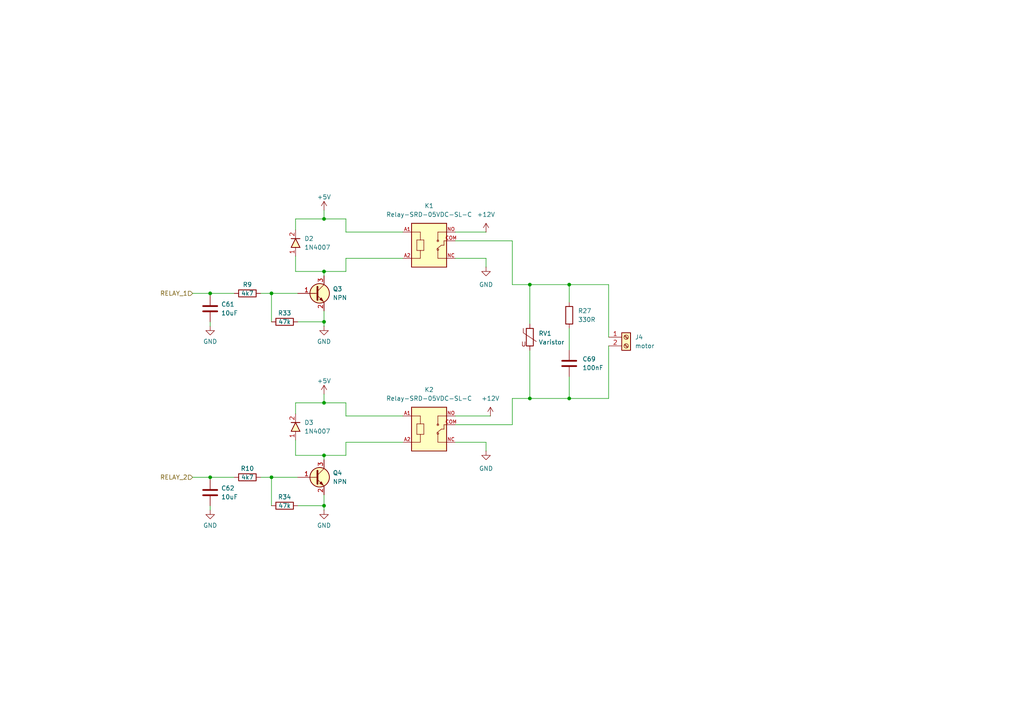
<source format=kicad_sch>
(kicad_sch
	(version 20231120)
	(generator "eeschema")
	(generator_version "8.0")
	(uuid "d9e0d66d-77fc-407b-b644-3ef00fb08456")
	(paper "A4")
	(lib_symbols
		(symbol "Connector:Screw_Terminal_01x02"
			(pin_names
				(offset 1.016) hide)
			(exclude_from_sim no)
			(in_bom yes)
			(on_board yes)
			(property "Reference" "J"
				(at 0 2.54 0)
				(effects
					(font
						(size 1.27 1.27)
					)
				)
			)
			(property "Value" "Screw_Terminal_01x02"
				(at 0 -5.08 0)
				(effects
					(font
						(size 1.27 1.27)
					)
				)
			)
			(property "Footprint" ""
				(at 0 0 0)
				(effects
					(font
						(size 1.27 1.27)
					)
					(hide yes)
				)
			)
			(property "Datasheet" "~"
				(at 0 0 0)
				(effects
					(font
						(size 1.27 1.27)
					)
					(hide yes)
				)
			)
			(property "Description" "Generic screw terminal, single row, 01x02, script generated (kicad-library-utils/schlib/autogen/connector/)"
				(at 0 0 0)
				(effects
					(font
						(size 1.27 1.27)
					)
					(hide yes)
				)
			)
			(property "ki_keywords" "screw terminal"
				(at 0 0 0)
				(effects
					(font
						(size 1.27 1.27)
					)
					(hide yes)
				)
			)
			(property "ki_fp_filters" "TerminalBlock*:*"
				(at 0 0 0)
				(effects
					(font
						(size 1.27 1.27)
					)
					(hide yes)
				)
			)
			(symbol "Screw_Terminal_01x02_1_1"
				(rectangle
					(start -1.27 1.27)
					(end 1.27 -3.81)
					(stroke
						(width 0.254)
						(type default)
					)
					(fill
						(type background)
					)
				)
				(circle
					(center 0 -2.54)
					(radius 0.635)
					(stroke
						(width 0.1524)
						(type default)
					)
					(fill
						(type none)
					)
				)
				(polyline
					(pts
						(xy -0.5334 -2.2098) (xy 0.3302 -3.048)
					)
					(stroke
						(width 0.1524)
						(type default)
					)
					(fill
						(type none)
					)
				)
				(polyline
					(pts
						(xy -0.5334 0.3302) (xy 0.3302 -0.508)
					)
					(stroke
						(width 0.1524)
						(type default)
					)
					(fill
						(type none)
					)
				)
				(polyline
					(pts
						(xy -0.3556 -2.032) (xy 0.508 -2.8702)
					)
					(stroke
						(width 0.1524)
						(type default)
					)
					(fill
						(type none)
					)
				)
				(polyline
					(pts
						(xy -0.3556 0.508) (xy 0.508 -0.3302)
					)
					(stroke
						(width 0.1524)
						(type default)
					)
					(fill
						(type none)
					)
				)
				(circle
					(center 0 0)
					(radius 0.635)
					(stroke
						(width 0.1524)
						(type default)
					)
					(fill
						(type none)
					)
				)
				(pin passive line
					(at -5.08 0 0)
					(length 3.81)
					(name "Pin_1"
						(effects
							(font
								(size 1.27 1.27)
							)
						)
					)
					(number "1"
						(effects
							(font
								(size 1.27 1.27)
							)
						)
					)
				)
				(pin passive line
					(at -5.08 -2.54 0)
					(length 3.81)
					(name "Pin_2"
						(effects
							(font
								(size 1.27 1.27)
							)
						)
					)
					(number "2"
						(effects
							(font
								(size 1.27 1.27)
							)
						)
					)
				)
			)
		)
		(symbol "Device:C"
			(pin_numbers hide)
			(pin_names
				(offset 0.254)
			)
			(exclude_from_sim no)
			(in_bom yes)
			(on_board yes)
			(property "Reference" "C"
				(at 0.635 2.54 0)
				(effects
					(font
						(size 1.27 1.27)
					)
					(justify left)
				)
			)
			(property "Value" "C"
				(at 0.635 -2.54 0)
				(effects
					(font
						(size 1.27 1.27)
					)
					(justify left)
				)
			)
			(property "Footprint" ""
				(at 0.9652 -3.81 0)
				(effects
					(font
						(size 1.27 1.27)
					)
					(hide yes)
				)
			)
			(property "Datasheet" "~"
				(at 0 0 0)
				(effects
					(font
						(size 1.27 1.27)
					)
					(hide yes)
				)
			)
			(property "Description" "Unpolarized capacitor"
				(at 0 0 0)
				(effects
					(font
						(size 1.27 1.27)
					)
					(hide yes)
				)
			)
			(property "ki_keywords" "cap capacitor"
				(at 0 0 0)
				(effects
					(font
						(size 1.27 1.27)
					)
					(hide yes)
				)
			)
			(property "ki_fp_filters" "C_*"
				(at 0 0 0)
				(effects
					(font
						(size 1.27 1.27)
					)
					(hide yes)
				)
			)
			(symbol "C_0_1"
				(polyline
					(pts
						(xy -2.032 -0.762) (xy 2.032 -0.762)
					)
					(stroke
						(width 0.508)
						(type default)
					)
					(fill
						(type none)
					)
				)
				(polyline
					(pts
						(xy -2.032 0.762) (xy 2.032 0.762)
					)
					(stroke
						(width 0.508)
						(type default)
					)
					(fill
						(type none)
					)
				)
			)
			(symbol "C_1_1"
				(pin passive line
					(at 0 3.81 270)
					(length 2.794)
					(name "~"
						(effects
							(font
								(size 1.27 1.27)
							)
						)
					)
					(number "1"
						(effects
							(font
								(size 1.27 1.27)
							)
						)
					)
				)
				(pin passive line
					(at 0 -3.81 90)
					(length 2.794)
					(name "~"
						(effects
							(font
								(size 1.27 1.27)
							)
						)
					)
					(number "2"
						(effects
							(font
								(size 1.27 1.27)
							)
						)
					)
				)
			)
		)
		(symbol "Device:R"
			(pin_numbers hide)
			(pin_names
				(offset 0)
			)
			(exclude_from_sim no)
			(in_bom yes)
			(on_board yes)
			(property "Reference" "R"
				(at 2.032 0 90)
				(effects
					(font
						(size 1.27 1.27)
					)
				)
			)
			(property "Value" "R"
				(at 0 0 90)
				(effects
					(font
						(size 1.27 1.27)
					)
				)
			)
			(property "Footprint" ""
				(at -1.778 0 90)
				(effects
					(font
						(size 1.27 1.27)
					)
					(hide yes)
				)
			)
			(property "Datasheet" "~"
				(at 0 0 0)
				(effects
					(font
						(size 1.27 1.27)
					)
					(hide yes)
				)
			)
			(property "Description" "Resistor"
				(at 0 0 0)
				(effects
					(font
						(size 1.27 1.27)
					)
					(hide yes)
				)
			)
			(property "ki_keywords" "R res resistor"
				(at 0 0 0)
				(effects
					(font
						(size 1.27 1.27)
					)
					(hide yes)
				)
			)
			(property "ki_fp_filters" "R_*"
				(at 0 0 0)
				(effects
					(font
						(size 1.27 1.27)
					)
					(hide yes)
				)
			)
			(symbol "R_0_1"
				(rectangle
					(start -1.016 -2.54)
					(end 1.016 2.54)
					(stroke
						(width 0.254)
						(type default)
					)
					(fill
						(type none)
					)
				)
			)
			(symbol "R_1_1"
				(pin passive line
					(at 0 3.81 270)
					(length 1.27)
					(name "~"
						(effects
							(font
								(size 1.27 1.27)
							)
						)
					)
					(number "1"
						(effects
							(font
								(size 1.27 1.27)
							)
						)
					)
				)
				(pin passive line
					(at 0 -3.81 90)
					(length 1.27)
					(name "~"
						(effects
							(font
								(size 1.27 1.27)
							)
						)
					)
					(number "2"
						(effects
							(font
								(size 1.27 1.27)
							)
						)
					)
				)
			)
		)
		(symbol "Device:Varistor"
			(pin_numbers hide)
			(pin_names
				(offset 0)
			)
			(exclude_from_sim no)
			(in_bom yes)
			(on_board yes)
			(property "Reference" "RV"
				(at 3.175 0 90)
				(effects
					(font
						(size 1.27 1.27)
					)
				)
			)
			(property "Value" "Varistor"
				(at -3.175 0 90)
				(effects
					(font
						(size 1.27 1.27)
					)
				)
			)
			(property "Footprint" ""
				(at -1.778 0 90)
				(effects
					(font
						(size 1.27 1.27)
					)
					(hide yes)
				)
			)
			(property "Datasheet" "~"
				(at 0 0 0)
				(effects
					(font
						(size 1.27 1.27)
					)
					(hide yes)
				)
			)
			(property "Description" "Voltage dependent resistor"
				(at 0 0 0)
				(effects
					(font
						(size 1.27 1.27)
					)
					(hide yes)
				)
			)
			(property "Sim.Name" "kicad_builtin_varistor"
				(at 0 0 0)
				(effects
					(font
						(size 1.27 1.27)
					)
					(hide yes)
				)
			)
			(property "Sim.Device" "SUBCKT"
				(at 0 0 0)
				(effects
					(font
						(size 1.27 1.27)
					)
					(hide yes)
				)
			)
			(property "Sim.Pins" "1=A 2=B"
				(at 0 0 0)
				(effects
					(font
						(size 1.27 1.27)
					)
					(hide yes)
				)
			)
			(property "Sim.Params" "threshold=1k"
				(at 0 0 0)
				(effects
					(font
						(size 1.27 1.27)
					)
					(hide yes)
				)
			)
			(property "Sim.Library" "${KICAD7_SYMBOL_DIR}/Simulation_SPICE.sp"
				(at 0 0 0)
				(effects
					(font
						(size 1.27 1.27)
					)
					(hide yes)
				)
			)
			(property "ki_keywords" "VDR resistance"
				(at 0 0 0)
				(effects
					(font
						(size 1.27 1.27)
					)
					(hide yes)
				)
			)
			(property "ki_fp_filters" "RV_* Varistor*"
				(at 0 0 0)
				(effects
					(font
						(size 1.27 1.27)
					)
					(hide yes)
				)
			)
			(symbol "Varistor_0_0"
				(text "U"
					(at -1.778 -2.032 0)
					(effects
						(font
							(size 1.27 1.27)
						)
					)
				)
			)
			(symbol "Varistor_0_1"
				(rectangle
					(start -1.016 -2.54)
					(end 1.016 2.54)
					(stroke
						(width 0.254)
						(type default)
					)
					(fill
						(type none)
					)
				)
				(polyline
					(pts
						(xy -1.905 2.54) (xy -1.905 1.27) (xy 1.905 -1.27)
					)
					(stroke
						(width 0)
						(type default)
					)
					(fill
						(type none)
					)
				)
			)
			(symbol "Varistor_1_1"
				(pin passive line
					(at 0 3.81 270)
					(length 1.27)
					(name "~"
						(effects
							(font
								(size 1.27 1.27)
							)
						)
					)
					(number "1"
						(effects
							(font
								(size 1.27 1.27)
							)
						)
					)
				)
				(pin passive line
					(at 0 -3.81 90)
					(length 1.27)
					(name "~"
						(effects
							(font
								(size 1.27 1.27)
							)
						)
					)
					(number "2"
						(effects
							(font
								(size 1.27 1.27)
							)
						)
					)
				)
			)
		)
		(symbol "DienLIB:Relay-SRD-05VDC-SL-C"
			(pin_names
				(offset 1.016)
			)
			(exclude_from_sim no)
			(in_bom yes)
			(on_board yes)
			(property "Reference" "K"
				(at -5.0809 5.843 0)
				(effects
					(font
						(size 1.27 1.27)
					)
					(justify left bottom)
				)
			)
			(property "Value" "Relay-SRD-05VDC-SL-C"
				(at -5.0832 -10.1664 0)
				(effects
					(font
						(size 1.27 1.27)
					)
					(justify left bottom)
				)
			)
			(property "Footprint" "DienLIB:RELAY_SRD-05VDC-SL-C"
				(at 0 10.16 0)
				(effects
					(font
						(size 1.27 1.27)
					)
					(justify bottom)
					(hide yes)
				)
			)
			(property "Datasheet" ""
				(at 0 0 0)
				(effects
					(font
						(size 1.27 1.27)
					)
					(hide yes)
				)
			)
			(property "Description" "\n5V Trigger Relay Module For Arduino And Raspberry Pi 5V Trigger Relay Module For Arduino And Raspberry Pi\n"
				(at 0 0 0)
				(effects
					(font
						(size 1.27 1.27)
					)
					(justify bottom)
					(hide yes)
				)
			)
			(property "MF" "Songle Relay"
				(at 0 0 0)
				(effects
					(font
						(size 1.27 1.27)
					)
					(justify bottom)
					(hide yes)
				)
			)
			(property "Package" "NON STANDARD-5 Songle Relay"
				(at 0 0 0)
				(effects
					(font
						(size 1.27 1.27)
					)
					(justify bottom)
					(hide yes)
				)
			)
			(property "Price" "None"
				(at 0 0 0)
				(effects
					(font
						(size 1.27 1.27)
					)
					(justify bottom)
					(hide yes)
				)
			)
			(property "Check_prices" "https://www.snapeda.com/parts/SRD-05VDC-SL-C/Songle+Relay/view-part/?ref=eda"
				(at -2.54 15.24 0)
				(effects
					(font
						(size 1.27 1.27)
					)
					(justify bottom)
					(hide yes)
				)
			)
			(property "STANDARD" "IPC-7251"
				(at 0 0 0)
				(effects
					(font
						(size 1.27 1.27)
					)
					(justify bottom)
					(hide yes)
				)
			)
			(property "SnapEDA_Link" "https://www.snapeda.com/parts/SRD-05VDC-SL-C/Songle+Relay/view-part/?ref=snap"
				(at 0 0 0)
				(effects
					(font
						(size 1.27 1.27)
					)
					(justify bottom)
					(hide yes)
				)
			)
			(property "MP" "SRD-05VDC-SL-C"
				(at 0 0 0)
				(effects
					(font
						(size 1.27 1.27)
					)
					(justify bottom)
					(hide yes)
				)
			)
			(property "Availability" "Not in stock"
				(at 0 0 0)
				(effects
					(font
						(size 1.27 1.27)
					)
					(justify bottom)
					(hide yes)
				)
			)
			(property "MANUFACTURER" "SONGLE RELAY"
				(at 0 0 0)
				(effects
					(font
						(size 1.27 1.27)
					)
					(justify bottom)
					(hide yes)
				)
			)
			(symbol "Relay-SRD-05VDC-SL-C_0_0"
				(rectangle
					(start -5.08 -7.62)
					(end 5.08 5.08)
					(stroke
						(width 0.254)
						(type default)
					)
					(fill
						(type background)
					)
				)
				(polyline
					(pts
						(xy -5.08 2.54) (xy -2.54 2.54)
					)
					(stroke
						(width 0.1524)
						(type default)
					)
					(fill
						(type none)
					)
				)
				(polyline
					(pts
						(xy -3.556 -2.794) (xy -2.54 -2.794)
					)
					(stroke
						(width 0.1524)
						(type default)
					)
					(fill
						(type none)
					)
				)
				(polyline
					(pts
						(xy -3.556 0.254) (xy -3.556 -2.794)
					)
					(stroke
						(width 0.1524)
						(type default)
					)
					(fill
						(type none)
					)
				)
				(polyline
					(pts
						(xy -2.54 -5.08) (xy -5.08 -5.08)
					)
					(stroke
						(width 0.1524)
						(type default)
					)
					(fill
						(type none)
					)
				)
				(polyline
					(pts
						(xy -2.54 -2.794) (xy -2.54 -5.08)
					)
					(stroke
						(width 0.1524)
						(type default)
					)
					(fill
						(type none)
					)
				)
				(polyline
					(pts
						(xy -2.54 -2.794) (xy -1.524 -2.794)
					)
					(stroke
						(width 0.1524)
						(type default)
					)
					(fill
						(type none)
					)
				)
				(polyline
					(pts
						(xy -2.54 0.254) (xy -3.556 0.254)
					)
					(stroke
						(width 0.1524)
						(type default)
					)
					(fill
						(type none)
					)
				)
				(polyline
					(pts
						(xy -2.54 2.54) (xy -2.54 0.254)
					)
					(stroke
						(width 0.1524)
						(type default)
					)
					(fill
						(type none)
					)
				)
				(polyline
					(pts
						(xy -1.524 -2.794) (xy -1.524 0.254)
					)
					(stroke
						(width 0.1524)
						(type default)
					)
					(fill
						(type none)
					)
				)
				(polyline
					(pts
						(xy -1.524 0.254) (xy -2.54 0.254)
					)
					(stroke
						(width 0.1524)
						(type default)
					)
					(fill
						(type none)
					)
				)
				(polyline
					(pts
						(xy 2.54 -5.08) (xy 5.08 -5.08)
					)
					(stroke
						(width 0.1524)
						(type default)
					)
					(fill
						(type none)
					)
				)
				(polyline
					(pts
						(xy 2.54 -2.54) (xy 2.54 -5.08)
					)
					(stroke
						(width 0.1524)
						(type default)
					)
					(fill
						(type none)
					)
				)
				(polyline
					(pts
						(xy 2.54 2.54) (xy 2.54 0)
					)
					(stroke
						(width 0.1524)
						(type default)
					)
					(fill
						(type none)
					)
				)
				(polyline
					(pts
						(xy 3.556 -1.27) (xy 2.286 -2.286)
					)
					(stroke
						(width 0.1524)
						(type default)
					)
					(fill
						(type none)
					)
				)
				(polyline
					(pts
						(xy 3.556 -1.27) (xy 4.318 -1.27)
					)
					(stroke
						(width 0.1524)
						(type default)
					)
					(fill
						(type none)
					)
				)
				(polyline
					(pts
						(xy 4.318 -1.27) (xy 4.318 0)
					)
					(stroke
						(width 0.1524)
						(type default)
					)
					(fill
						(type none)
					)
				)
				(polyline
					(pts
						(xy 4.318 0) (xy 5.08 0)
					)
					(stroke
						(width 0.1524)
						(type default)
					)
					(fill
						(type none)
					)
				)
				(polyline
					(pts
						(xy 5.08 2.54) (xy 2.54 2.54)
					)
					(stroke
						(width 0.1524)
						(type default)
					)
					(fill
						(type none)
					)
				)
				(circle
					(center 2.54 -2.54)
					(radius 0.254)
					(stroke
						(width 0.1524)
						(type default)
					)
					(fill
						(type none)
					)
				)
				(circle
					(center 2.54 0)
					(radius 0.254)
					(stroke
						(width 0.1524)
						(type default)
					)
					(fill
						(type none)
					)
				)
				(pin passive line
					(at -7.62 2.54 0)
					(length 2.54)
					(name "~"
						(effects
							(font
								(size 1.016 1.016)
							)
						)
					)
					(number "A1"
						(effects
							(font
								(size 1.016 1.016)
							)
						)
					)
				)
				(pin passive line
					(at -7.62 -5.08 0)
					(length 2.54)
					(name "~"
						(effects
							(font
								(size 1.016 1.016)
							)
						)
					)
					(number "A2"
						(effects
							(font
								(size 1.016 1.016)
							)
						)
					)
				)
				(pin passive line
					(at 7.62 0 180)
					(length 2.54)
					(name "~"
						(effects
							(font
								(size 1.016 1.016)
							)
						)
					)
					(number "COM"
						(effects
							(font
								(size 1.016 1.016)
							)
						)
					)
				)
				(pin passive line
					(at 7.62 -5.08 180)
					(length 2.54)
					(name "~"
						(effects
							(font
								(size 1.016 1.016)
							)
						)
					)
					(number "NC"
						(effects
							(font
								(size 1.016 1.016)
							)
						)
					)
				)
				(pin passive line
					(at 7.62 2.54 180)
					(length 2.54)
					(name "~"
						(effects
							(font
								(size 1.016 1.016)
							)
						)
					)
					(number "NO"
						(effects
							(font
								(size 1.016 1.016)
							)
						)
					)
				)
			)
		)
		(symbol "IVS_SYMBOLS:D_Diode"
			(exclude_from_sim no)
			(in_bom yes)
			(on_board yes)
			(property "Reference" "D"
				(at 0 2.54 0)
				(effects
					(font
						(size 1.27 1.27)
					)
				)
			)
			(property "Value" "D_Diode"
				(at 0 -2.54 0)
				(effects
					(font
						(size 1.27 1.27)
					)
				)
			)
			(property "Footprint" "IVS_FOOTPRINTS:D_SMA"
				(at 0 -5.08 0)
				(effects
					(font
						(size 1.27 1.27)
					)
					(hide yes)
				)
			)
			(property "Datasheet" ""
				(at 0 0 0)
				(effects
					(font
						(size 1.27 1.27)
					)
					(hide yes)
				)
			)
			(property "Description" ""
				(at 0 0 0)
				(effects
					(font
						(size 1.27 1.27)
					)
					(hide yes)
				)
			)
			(property "ki_keywords" "diode "
				(at 0 0 0)
				(effects
					(font
						(size 1.27 1.27)
					)
					(hide yes)
				)
			)
			(property "ki_fp_filters" "IVS_FOOTPRINTS:D_*"
				(at 0 0 0)
				(effects
					(font
						(size 1.27 1.27)
					)
					(hide yes)
				)
			)
			(symbol "D_Diode_0_1"
				(polyline
					(pts
						(xy 0 1.27) (xy 0 -1.27)
					)
					(stroke
						(width 0.254)
						(type default)
					)
					(fill
						(type none)
					)
				)
				(polyline
					(pts
						(xy 2.54 1.27) (xy 2.54 -1.27) (xy 0 0) (xy 2.54 1.27)
					)
					(stroke
						(width 0.254)
						(type default)
					)
					(fill
						(type background)
					)
				)
			)
			(symbol "D_Diode_1_1"
				(pin passive line
					(at 5.08 0 180)
					(length 2.54)
					(name ""
						(effects
							(font
								(size 1.27 1.27)
							)
						)
					)
					(number "1"
						(effects
							(font
								(size 1.27 1.27)
							)
						)
					)
				)
				(pin passive line
					(at -2.54 0 0)
					(length 2.54)
					(name ""
						(effects
							(font
								(size 1.27 1.27)
							)
						)
					)
					(number "2"
						(effects
							(font
								(size 1.27 1.27)
							)
						)
					)
				)
			)
		)
		(symbol "IVS_SYMBOLS:NPN"
			(pin_names
				(offset 0) hide)
			(exclude_from_sim no)
			(in_bom yes)
			(on_board yes)
			(property "Reference" "Q"
				(at 5.08 1.905 0)
				(effects
					(font
						(size 1.27 1.27)
					)
					(justify left)
				)
			)
			(property "Value" "NPN"
				(at 5.08 0 0)
				(effects
					(font
						(size 1.27 1.27)
					)
					(justify left)
				)
			)
			(property "Footprint" "IVS_FOOTPRINTS:SOT23-3"
				(at -5.08 -12.7 0)
				(effects
					(font
						(size 1.27 1.27)
						(italic yes)
					)
					(justify left)
					(hide yes)
				)
			)
			(property "Datasheet" "https://www.onsemi.com/pdf/datasheet/mmbt3904lt1-d.pdf"
				(at -20.32 -15.24 0)
				(effects
					(font
						(size 1.27 1.27)
					)
					(justify left)
					(hide yes)
				)
			)
			(property "Description" "MMBT3904L 0.5A Ic, 300V Vce, NPN High Voltage Transistor, SOT-23 "
				(at 0 0 0)
				(effects
					(font
						(size 1.27 1.27)
					)
					(hide yes)
				)
			)
			(property "ki_keywords" "NPN "
				(at 0 0 0)
				(effects
					(font
						(size 1.27 1.27)
					)
					(hide yes)
				)
			)
			(property "ki_fp_filters" "SOT?23*"
				(at 0 0 0)
				(effects
					(font
						(size 1.27 1.27)
					)
					(hide yes)
				)
			)
			(symbol "NPN_0_1"
				(polyline
					(pts
						(xy 0 0) (xy 0.635 0)
					)
					(stroke
						(width 0)
						(type default)
					)
					(fill
						(type none)
					)
				)
				(polyline
					(pts
						(xy 0.635 0.635) (xy 2.54 2.54)
					)
					(stroke
						(width 0)
						(type default)
					)
					(fill
						(type none)
					)
				)
				(polyline
					(pts
						(xy 0.635 -0.635) (xy 2.54 -2.54) (xy 2.54 -2.54)
					)
					(stroke
						(width 0)
						(type default)
					)
					(fill
						(type none)
					)
				)
				(polyline
					(pts
						(xy 0.635 1.905) (xy 0.635 -1.905) (xy 0.635 -1.905)
					)
					(stroke
						(width 0.508)
						(type default)
					)
					(fill
						(type none)
					)
				)
				(polyline
					(pts
						(xy 1.27 -1.778) (xy 1.778 -1.27) (xy 2.286 -2.286) (xy 1.27 -1.778) (xy 1.27 -1.778)
					)
					(stroke
						(width 0)
						(type default)
					)
					(fill
						(type outline)
					)
				)
				(circle
					(center 1.27 0)
					(radius 2.8194)
					(stroke
						(width 0.254)
						(type default)
					)
					(fill
						(type background)
					)
				)
			)
			(symbol "NPN_1_1"
				(pin input line
					(at -5.08 0 0)
					(length 5.08)
					(name "B"
						(effects
							(font
								(size 1.27 1.27)
							)
						)
					)
					(number "1"
						(effects
							(font
								(size 1.27 1.27)
							)
						)
					)
				)
				(pin passive line
					(at 2.54 -5.08 90)
					(length 2.54)
					(name "E"
						(effects
							(font
								(size 1.27 1.27)
							)
						)
					)
					(number "2"
						(effects
							(font
								(size 1.27 1.27)
							)
						)
					)
				)
				(pin passive line
					(at 2.54 5.08 270)
					(length 2.54)
					(name "C"
						(effects
							(font
								(size 1.27 1.27)
							)
						)
					)
					(number "3"
						(effects
							(font
								(size 1.27 1.27)
							)
						)
					)
				)
			)
		)
		(symbol "power:+12V"
			(power)
			(pin_numbers hide)
			(pin_names
				(offset 0) hide)
			(exclude_from_sim no)
			(in_bom yes)
			(on_board yes)
			(property "Reference" "#PWR"
				(at 0 -3.81 0)
				(effects
					(font
						(size 1.27 1.27)
					)
					(hide yes)
				)
			)
			(property "Value" "+12V"
				(at 0 3.556 0)
				(effects
					(font
						(size 1.27 1.27)
					)
				)
			)
			(property "Footprint" ""
				(at 0 0 0)
				(effects
					(font
						(size 1.27 1.27)
					)
					(hide yes)
				)
			)
			(property "Datasheet" ""
				(at 0 0 0)
				(effects
					(font
						(size 1.27 1.27)
					)
					(hide yes)
				)
			)
			(property "Description" "Power symbol creates a global label with name \"+12V\""
				(at 0 0 0)
				(effects
					(font
						(size 1.27 1.27)
					)
					(hide yes)
				)
			)
			(property "ki_keywords" "global power"
				(at 0 0 0)
				(effects
					(font
						(size 1.27 1.27)
					)
					(hide yes)
				)
			)
			(symbol "+12V_0_1"
				(polyline
					(pts
						(xy -0.762 1.27) (xy 0 2.54)
					)
					(stroke
						(width 0)
						(type default)
					)
					(fill
						(type none)
					)
				)
				(polyline
					(pts
						(xy 0 0) (xy 0 2.54)
					)
					(stroke
						(width 0)
						(type default)
					)
					(fill
						(type none)
					)
				)
				(polyline
					(pts
						(xy 0 2.54) (xy 0.762 1.27)
					)
					(stroke
						(width 0)
						(type default)
					)
					(fill
						(type none)
					)
				)
			)
			(symbol "+12V_1_1"
				(pin power_in line
					(at 0 0 90)
					(length 0)
					(name "~"
						(effects
							(font
								(size 1.27 1.27)
							)
						)
					)
					(number "1"
						(effects
							(font
								(size 1.27 1.27)
							)
						)
					)
				)
			)
		)
		(symbol "power:+5V"
			(power)
			(pin_names
				(offset 0)
			)
			(exclude_from_sim no)
			(in_bom yes)
			(on_board yes)
			(property "Reference" "#PWR"
				(at 0 -3.81 0)
				(effects
					(font
						(size 1.27 1.27)
					)
					(hide yes)
				)
			)
			(property "Value" "+5V"
				(at 0 3.556 0)
				(effects
					(font
						(size 1.27 1.27)
					)
				)
			)
			(property "Footprint" ""
				(at 0 0 0)
				(effects
					(font
						(size 1.27 1.27)
					)
					(hide yes)
				)
			)
			(property "Datasheet" ""
				(at 0 0 0)
				(effects
					(font
						(size 1.27 1.27)
					)
					(hide yes)
				)
			)
			(property "Description" "Power symbol creates a global label with name \"+5V\""
				(at 0 0 0)
				(effects
					(font
						(size 1.27 1.27)
					)
					(hide yes)
				)
			)
			(property "ki_keywords" "global power"
				(at 0 0 0)
				(effects
					(font
						(size 1.27 1.27)
					)
					(hide yes)
				)
			)
			(symbol "+5V_0_1"
				(polyline
					(pts
						(xy -0.762 1.27) (xy 0 2.54)
					)
					(stroke
						(width 0)
						(type default)
					)
					(fill
						(type none)
					)
				)
				(polyline
					(pts
						(xy 0 0) (xy 0 2.54)
					)
					(stroke
						(width 0)
						(type default)
					)
					(fill
						(type none)
					)
				)
				(polyline
					(pts
						(xy 0 2.54) (xy 0.762 1.27)
					)
					(stroke
						(width 0)
						(type default)
					)
					(fill
						(type none)
					)
				)
			)
			(symbol "+5V_1_1"
				(pin power_in line
					(at 0 0 90)
					(length 0) hide
					(name "+5V"
						(effects
							(font
								(size 1.27 1.27)
							)
						)
					)
					(number "1"
						(effects
							(font
								(size 1.27 1.27)
							)
						)
					)
				)
			)
		)
		(symbol "power:GND"
			(power)
			(pin_numbers hide)
			(pin_names
				(offset 0) hide)
			(exclude_from_sim no)
			(in_bom yes)
			(on_board yes)
			(property "Reference" "#PWR"
				(at 0 -6.35 0)
				(effects
					(font
						(size 1.27 1.27)
					)
					(hide yes)
				)
			)
			(property "Value" "GND"
				(at 0 -3.81 0)
				(effects
					(font
						(size 1.27 1.27)
					)
				)
			)
			(property "Footprint" ""
				(at 0 0 0)
				(effects
					(font
						(size 1.27 1.27)
					)
					(hide yes)
				)
			)
			(property "Datasheet" ""
				(at 0 0 0)
				(effects
					(font
						(size 1.27 1.27)
					)
					(hide yes)
				)
			)
			(property "Description" "Power symbol creates a global label with name \"GND\" , ground"
				(at 0 0 0)
				(effects
					(font
						(size 1.27 1.27)
					)
					(hide yes)
				)
			)
			(property "ki_keywords" "global power"
				(at 0 0 0)
				(effects
					(font
						(size 1.27 1.27)
					)
					(hide yes)
				)
			)
			(symbol "GND_0_1"
				(polyline
					(pts
						(xy 0 0) (xy 0 -1.27) (xy 1.27 -1.27) (xy 0 -2.54) (xy -1.27 -1.27) (xy 0 -1.27)
					)
					(stroke
						(width 0)
						(type default)
					)
					(fill
						(type none)
					)
				)
			)
			(symbol "GND_1_1"
				(pin power_in line
					(at 0 0 270)
					(length 0)
					(name "~"
						(effects
							(font
								(size 1.27 1.27)
							)
						)
					)
					(number "1"
						(effects
							(font
								(size 1.27 1.27)
							)
						)
					)
				)
			)
		)
	)
	(junction
		(at 153.67 115.57)
		(diameter 0)
		(color 0 0 0 0)
		(uuid "07ba548d-a6b5-4885-8035-37e7cdfbd4c0")
	)
	(junction
		(at 60.96 138.43)
		(diameter 0)
		(color 0 0 0 0)
		(uuid "1e7ede44-629f-4fc5-be1e-e489ec7083fa")
	)
	(junction
		(at 165.1 82.55)
		(diameter 0)
		(color 0 0 0 0)
		(uuid "425ebe92-2f27-4ed7-8709-6a640bad4e61")
	)
	(junction
		(at 93.98 63.5)
		(diameter 0)
		(color 0 0 0 0)
		(uuid "45184915-c386-497e-8f68-e0b1ffe2b0bd")
	)
	(junction
		(at 93.98 146.685)
		(diameter 0)
		(color 0 0 0 0)
		(uuid "496f5730-c258-4bc4-91dd-96c2901bf66c")
	)
	(junction
		(at 78.74 85.09)
		(diameter 0)
		(color 0 0 0 0)
		(uuid "51679ee8-a14e-4f2e-b805-6e6db972b181")
	)
	(junction
		(at 93.98 78.74)
		(diameter 0)
		(color 0 0 0 0)
		(uuid "572e514f-a404-489d-8e1f-38cb98c0dedf")
	)
	(junction
		(at 93.98 116.84)
		(diameter 0)
		(color 0 0 0 0)
		(uuid "5a9d2b61-2dfb-4bcf-8479-07fd3de7f5a6")
	)
	(junction
		(at 78.74 138.43)
		(diameter 0)
		(color 0 0 0 0)
		(uuid "67e7558e-9f21-4513-8930-10e5728aa1a0")
	)
	(junction
		(at 93.98 93.345)
		(diameter 0)
		(color 0 0 0 0)
		(uuid "6cd0333b-cd31-4fad-8bdf-11133792e7bd")
	)
	(junction
		(at 153.67 82.55)
		(diameter 0)
		(color 0 0 0 0)
		(uuid "890113b9-96f8-42ee-bc24-d092e8abfa9e")
	)
	(junction
		(at 93.98 132.08)
		(diameter 0)
		(color 0 0 0 0)
		(uuid "c25369be-cece-477c-bed8-5db09087bb33")
	)
	(junction
		(at 60.96 85.09)
		(diameter 0)
		(color 0 0 0 0)
		(uuid "e44f46b2-88bb-481d-9fa8-ca960494ffcc")
	)
	(junction
		(at 165.1 115.57)
		(diameter 0)
		(color 0 0 0 0)
		(uuid "ff486da6-7e21-4d43-b9d0-98333fb7c30a")
	)
	(wire
		(pts
			(xy 116.84 120.65) (xy 100.33 120.65)
		)
		(stroke
			(width 0)
			(type default)
		)
		(uuid "00771863-2a24-41ac-a4f9-c227c734f041")
	)
	(wire
		(pts
			(xy 116.84 74.93) (xy 100.33 74.93)
		)
		(stroke
			(width 0)
			(type default)
		)
		(uuid "02276325-356d-4c1d-a7b4-20ffee125c22")
	)
	(wire
		(pts
			(xy 165.1 115.57) (xy 153.67 115.57)
		)
		(stroke
			(width 0)
			(type default)
		)
		(uuid "02f005fb-20ce-44f8-b57c-b6dbfbc97bc7")
	)
	(wire
		(pts
			(xy 78.74 85.09) (xy 86.36 85.09)
		)
		(stroke
			(width 0)
			(type default)
		)
		(uuid "06b84987-fefe-4f79-8eb5-3df39d7c6da4")
	)
	(wire
		(pts
			(xy 165.1 115.57) (xy 176.53 115.57)
		)
		(stroke
			(width 0)
			(type default)
		)
		(uuid "129a97c9-328a-4099-b9c1-655d9c8f75cd")
	)
	(wire
		(pts
			(xy 60.96 85.09) (xy 60.96 85.725)
		)
		(stroke
			(width 0)
			(type default)
		)
		(uuid "15288816-6c08-4508-b6a8-70027c3b73e7")
	)
	(wire
		(pts
			(xy 165.1 82.55) (xy 165.1 87.63)
		)
		(stroke
			(width 0)
			(type default)
		)
		(uuid "1dceacdc-a35a-4841-bd7d-2b7bf8aca2fb")
	)
	(wire
		(pts
			(xy 148.59 69.85) (xy 148.59 82.55)
		)
		(stroke
			(width 0)
			(type default)
		)
		(uuid "1fee4ab1-a1cc-415b-8beb-099675a5e5eb")
	)
	(wire
		(pts
			(xy 148.59 82.55) (xy 153.67 82.55)
		)
		(stroke
			(width 0)
			(type default)
		)
		(uuid "21992444-4e36-43f0-865a-40fe558d537b")
	)
	(wire
		(pts
			(xy 93.98 147.955) (xy 93.98 146.685)
		)
		(stroke
			(width 0)
			(type default)
		)
		(uuid "25fa0a84-b2d7-4d6b-a1f9-6c9f5a0fe4e7")
	)
	(wire
		(pts
			(xy 176.53 82.55) (xy 176.53 97.79)
		)
		(stroke
			(width 0)
			(type default)
		)
		(uuid "27ad7699-36ac-49f5-85e0-50ca8ed8a25b")
	)
	(wire
		(pts
			(xy 100.33 128.27) (xy 100.33 132.08)
		)
		(stroke
			(width 0)
			(type default)
		)
		(uuid "2ac07623-160d-491c-abc6-a30430281adf")
	)
	(wire
		(pts
			(xy 85.725 116.84) (xy 85.725 120.015)
		)
		(stroke
			(width 0)
			(type default)
		)
		(uuid "2b3c5f9e-ae66-4b71-8216-d1f0ffbd796d")
	)
	(wire
		(pts
			(xy 60.96 94.615) (xy 60.96 93.345)
		)
		(stroke
			(width 0)
			(type default)
		)
		(uuid "3097580c-1e75-45bc-bd70-f352cb5bdca4")
	)
	(wire
		(pts
			(xy 93.98 78.74) (xy 93.98 80.01)
		)
		(stroke
			(width 0)
			(type default)
		)
		(uuid "32161f83-8b9a-4624-b67e-b0a9160342e0")
	)
	(wire
		(pts
			(xy 60.96 147.955) (xy 60.96 146.685)
		)
		(stroke
			(width 0)
			(type default)
		)
		(uuid "335f772f-5582-4f16-b804-8b5152d6c76d")
	)
	(wire
		(pts
			(xy 153.67 115.57) (xy 148.59 115.57)
		)
		(stroke
			(width 0)
			(type default)
		)
		(uuid "3d385895-7c1e-4b4a-bdfd-7238ead997a7")
	)
	(wire
		(pts
			(xy 85.725 63.5) (xy 93.98 63.5)
		)
		(stroke
			(width 0)
			(type default)
		)
		(uuid "3f764f78-3c43-4d71-9d01-e551ce8f1ac4")
	)
	(wire
		(pts
			(xy 148.59 123.19) (xy 132.08 123.19)
		)
		(stroke
			(width 0)
			(type default)
		)
		(uuid "45c19aee-7eb1-4e08-9381-8d6bc7a582f9")
	)
	(wire
		(pts
			(xy 93.98 132.08) (xy 93.98 133.35)
		)
		(stroke
			(width 0)
			(type default)
		)
		(uuid "492f873a-915f-45bc-a00a-4d35bdb754f0")
	)
	(wire
		(pts
			(xy 93.98 93.345) (xy 86.36 93.345)
		)
		(stroke
			(width 0)
			(type default)
		)
		(uuid "54a1627d-aba7-480d-ad8c-eb600ee63f86")
	)
	(wire
		(pts
			(xy 153.67 82.55) (xy 165.1 82.55)
		)
		(stroke
			(width 0)
			(type default)
		)
		(uuid "58494b89-4dd4-49d4-bbd8-d8d32ac9bae9")
	)
	(wire
		(pts
			(xy 116.84 128.27) (xy 100.33 128.27)
		)
		(stroke
			(width 0)
			(type default)
		)
		(uuid "5cd0ce12-971a-40c5-914e-95637b35438c")
	)
	(wire
		(pts
			(xy 78.74 146.685) (xy 78.74 138.43)
		)
		(stroke
			(width 0)
			(type default)
		)
		(uuid "5e5ed06a-f17a-4cac-9166-4f819156c098")
	)
	(wire
		(pts
			(xy 116.84 67.31) (xy 100.33 67.31)
		)
		(stroke
			(width 0)
			(type default)
		)
		(uuid "6ef88ec4-360a-43e1-8ffe-45255fd1fa58")
	)
	(wire
		(pts
			(xy 55.88 85.09) (xy 60.96 85.09)
		)
		(stroke
			(width 0)
			(type default)
		)
		(uuid "6fea4d6f-3299-45bb-8a1e-dd7ae934776e")
	)
	(wire
		(pts
			(xy 75.565 85.09) (xy 78.74 85.09)
		)
		(stroke
			(width 0)
			(type default)
		)
		(uuid "71eb9a40-7b7c-43f0-a7c1-b1e22101f09d")
	)
	(wire
		(pts
			(xy 93.98 63.5) (xy 100.33 63.5)
		)
		(stroke
			(width 0)
			(type default)
		)
		(uuid "7e55f693-8785-4f36-9868-eea08cceda23")
	)
	(wire
		(pts
			(xy 148.59 115.57) (xy 148.59 123.19)
		)
		(stroke
			(width 0)
			(type default)
		)
		(uuid "7f29fe48-633e-44df-a494-a86569a0b3db")
	)
	(wire
		(pts
			(xy 165.1 95.25) (xy 165.1 101.6)
		)
		(stroke
			(width 0)
			(type default)
		)
		(uuid "85d447d3-89e5-4b94-9508-cc005dc7b0ba")
	)
	(wire
		(pts
			(xy 93.98 94.615) (xy 93.98 93.345)
		)
		(stroke
			(width 0)
			(type default)
		)
		(uuid "89e45244-5460-41dc-9553-69263cc41aee")
	)
	(wire
		(pts
			(xy 132.08 74.93) (xy 140.97 74.93)
		)
		(stroke
			(width 0)
			(type default)
		)
		(uuid "8a7a33f2-4fc1-474b-b924-ecc6920470fd")
	)
	(wire
		(pts
			(xy 60.96 85.09) (xy 67.945 85.09)
		)
		(stroke
			(width 0)
			(type default)
		)
		(uuid "8fd57952-bb21-4e1e-82b6-840d946ba9b7")
	)
	(wire
		(pts
			(xy 93.98 78.74) (xy 100.33 78.74)
		)
		(stroke
			(width 0)
			(type default)
		)
		(uuid "9194abcc-e527-4469-b332-cadce0ab9ffb")
	)
	(wire
		(pts
			(xy 60.96 138.43) (xy 60.96 139.065)
		)
		(stroke
			(width 0)
			(type default)
		)
		(uuid "9584c0dd-c4ff-42fd-9886-dacc95991979")
	)
	(wire
		(pts
			(xy 93.98 143.51) (xy 93.98 146.685)
		)
		(stroke
			(width 0)
			(type default)
		)
		(uuid "9e685016-83b4-401e-ba7f-fca46e5936f8")
	)
	(wire
		(pts
			(xy 85.725 132.08) (xy 93.98 132.08)
		)
		(stroke
			(width 0)
			(type default)
		)
		(uuid "9f743e73-3793-4959-91e7-757954351e8a")
	)
	(wire
		(pts
			(xy 93.98 114.3) (xy 93.98 116.84)
		)
		(stroke
			(width 0)
			(type default)
		)
		(uuid "9fe7cb08-0ee4-4926-ab44-1694e92ec400")
	)
	(wire
		(pts
			(xy 93.98 146.685) (xy 86.36 146.685)
		)
		(stroke
			(width 0)
			(type default)
		)
		(uuid "a025cb6e-c0f7-4495-96ac-75079cfa1394")
	)
	(wire
		(pts
			(xy 132.08 128.27) (xy 140.97 128.27)
		)
		(stroke
			(width 0)
			(type default)
		)
		(uuid "a7766775-5c13-469a-b45b-53ca25b136ff")
	)
	(wire
		(pts
			(xy 153.67 101.6) (xy 153.67 115.57)
		)
		(stroke
			(width 0)
			(type default)
		)
		(uuid "aa199c07-00fb-4bd1-b19f-6b6c8a7c4547")
	)
	(wire
		(pts
			(xy 85.725 132.08) (xy 85.725 127.635)
		)
		(stroke
			(width 0)
			(type default)
		)
		(uuid "ad75e127-3bca-42dc-b9b9-b50052518708")
	)
	(wire
		(pts
			(xy 176.53 115.57) (xy 176.53 100.33)
		)
		(stroke
			(width 0)
			(type default)
		)
		(uuid "af4f980d-e5e6-46be-95e1-afc79a4836b7")
	)
	(wire
		(pts
			(xy 140.97 74.93) (xy 140.97 77.47)
		)
		(stroke
			(width 0)
			(type default)
		)
		(uuid "b3325bce-6dd6-4277-8fa6-a2edc22ee6cb")
	)
	(wire
		(pts
			(xy 100.33 67.31) (xy 100.33 63.5)
		)
		(stroke
			(width 0)
			(type default)
		)
		(uuid "b72a0104-ed75-4c27-a061-65ff5db2951e")
	)
	(wire
		(pts
			(xy 60.96 138.43) (xy 67.945 138.43)
		)
		(stroke
			(width 0)
			(type default)
		)
		(uuid "bb703193-fde8-4a90-a6c6-3538e9b06b7c")
	)
	(wire
		(pts
			(xy 93.98 132.08) (xy 100.33 132.08)
		)
		(stroke
			(width 0)
			(type default)
		)
		(uuid "bbdd253c-b37e-4203-a5c7-fd89c0bebc83")
	)
	(wire
		(pts
			(xy 100.33 120.65) (xy 100.33 116.84)
		)
		(stroke
			(width 0)
			(type default)
		)
		(uuid "bc2ecd2c-9368-4521-8f6a-72a09168641e")
	)
	(wire
		(pts
			(xy 85.725 78.74) (xy 85.725 74.295)
		)
		(stroke
			(width 0)
			(type default)
		)
		(uuid "c0cae2cc-656c-4ab3-b1ae-e118a656ae67")
	)
	(wire
		(pts
			(xy 93.98 90.17) (xy 93.98 93.345)
		)
		(stroke
			(width 0)
			(type default)
		)
		(uuid "c32383a4-7c47-4917-a2b7-4e32c20191dd")
	)
	(wire
		(pts
			(xy 85.725 78.74) (xy 93.98 78.74)
		)
		(stroke
			(width 0)
			(type default)
		)
		(uuid "c4cbad12-f94e-465d-9603-0d09713cb120")
	)
	(wire
		(pts
			(xy 85.725 116.84) (xy 93.98 116.84)
		)
		(stroke
			(width 0)
			(type default)
		)
		(uuid "ca56aebd-6ba2-4dcb-a4ad-510697b72216")
	)
	(wire
		(pts
			(xy 153.67 82.55) (xy 153.67 93.98)
		)
		(stroke
			(width 0)
			(type default)
		)
		(uuid "cacf2f79-e5b0-47cd-92f6-16973c0d25da")
	)
	(wire
		(pts
			(xy 93.98 116.84) (xy 100.33 116.84)
		)
		(stroke
			(width 0)
			(type default)
		)
		(uuid "cbe20782-13ac-47a5-8baa-18fc316f475a")
	)
	(wire
		(pts
			(xy 78.74 138.43) (xy 86.36 138.43)
		)
		(stroke
			(width 0)
			(type default)
		)
		(uuid "cc674498-7183-49af-8ac3-69ab4410c991")
	)
	(wire
		(pts
			(xy 132.08 67.31) (xy 140.97 67.31)
		)
		(stroke
			(width 0)
			(type default)
		)
		(uuid "d31bb25c-0bde-494d-a0b0-213eb221a0d6")
	)
	(wire
		(pts
			(xy 55.88 138.43) (xy 60.96 138.43)
		)
		(stroke
			(width 0)
			(type default)
		)
		(uuid "d9f92f7f-379d-4f93-8598-48b5b1dcd4b6")
	)
	(wire
		(pts
			(xy 100.33 74.93) (xy 100.33 78.74)
		)
		(stroke
			(width 0)
			(type default)
		)
		(uuid "df0dec14-febf-4041-96f1-8ede1410389e")
	)
	(wire
		(pts
			(xy 165.1 109.22) (xy 165.1 115.57)
		)
		(stroke
			(width 0)
			(type default)
		)
		(uuid "e05abe44-7fb1-4c9c-8552-73180b2edc58")
	)
	(wire
		(pts
			(xy 85.725 63.5) (xy 85.725 66.675)
		)
		(stroke
			(width 0)
			(type default)
		)
		(uuid "e1a6b91a-69e0-453b-bcd0-512732fdda4b")
	)
	(wire
		(pts
			(xy 75.565 138.43) (xy 78.74 138.43)
		)
		(stroke
			(width 0)
			(type default)
		)
		(uuid "e2ee063e-5aea-4abb-8e78-778058eaabea")
	)
	(wire
		(pts
			(xy 140.97 128.27) (xy 140.97 130.81)
		)
		(stroke
			(width 0)
			(type default)
		)
		(uuid "e415c562-13c5-45ff-823f-f68b2dae826e")
	)
	(wire
		(pts
			(xy 132.08 69.85) (xy 148.59 69.85)
		)
		(stroke
			(width 0)
			(type default)
		)
		(uuid "e48c3a01-339f-4f49-b8e6-f542d2f21aaf")
	)
	(wire
		(pts
			(xy 132.08 120.65) (xy 142.24 120.65)
		)
		(stroke
			(width 0)
			(type default)
		)
		(uuid "efcb5c67-757e-4f78-a49b-524be1562841")
	)
	(wire
		(pts
			(xy 78.74 93.345) (xy 78.74 85.09)
		)
		(stroke
			(width 0)
			(type default)
		)
		(uuid "f6470400-d27a-4499-8cdb-bf9acbfee5a8")
	)
	(wire
		(pts
			(xy 165.1 82.55) (xy 176.53 82.55)
		)
		(stroke
			(width 0)
			(type default)
		)
		(uuid "f6824e6b-6771-4b1a-85f2-a56fa2b33f06")
	)
	(wire
		(pts
			(xy 93.98 60.96) (xy 93.98 63.5)
		)
		(stroke
			(width 0)
			(type default)
		)
		(uuid "faddf2dd-902b-4de3-8c22-8dd4ba57085b")
	)
	(hierarchical_label "RELAY_2"
		(shape input)
		(at 55.88 138.43 180)
		(fields_autoplaced yes)
		(effects
			(font
				(size 1.27 1.27)
			)
			(justify right)
		)
		(uuid "a4dc6da2-4434-4b0b-afa7-04a2e7499dac")
	)
	(hierarchical_label "RELAY_1"
		(shape input)
		(at 55.88 85.09 180)
		(fields_autoplaced yes)
		(effects
			(font
				(size 1.27 1.27)
			)
			(justify right)
		)
		(uuid "d76c9fbf-5f9e-46ad-a11b-58efd810c05e")
	)
	(symbol
		(lib_id "IVS_SYMBOLS:NPN")
		(at 91.44 138.43 0)
		(unit 1)
		(exclude_from_sim no)
		(in_bom yes)
		(on_board yes)
		(dnp no)
		(fields_autoplaced yes)
		(uuid "05706830-d71c-4890-9cb9-f13afc33a2e7")
		(property "Reference" "Q4"
			(at 96.52 137.16 0)
			(effects
				(font
					(size 1.27 1.27)
				)
				(justify left)
			)
		)
		(property "Value" "NPN"
			(at 96.52 139.7 0)
			(effects
				(font
					(size 1.27 1.27)
				)
				(justify left)
			)
		)
		(property "Footprint" "DienLIB:SOT-23"
			(at 86.36 151.13 0)
			(effects
				(font
					(size 1.27 1.27)
					(italic yes)
				)
				(justify left)
				(hide yes)
			)
		)
		(property "Datasheet" "https://www.onsemi.com/pdf/datasheet/mmbt3904lt1-d.pdf"
			(at 71.12 153.67 0)
			(effects
				(font
					(size 1.27 1.27)
				)
				(justify left)
				(hide yes)
			)
		)
		(property "Description" ""
			(at 91.44 138.43 0)
			(effects
				(font
					(size 1.27 1.27)
				)
				(hide yes)
			)
		)
		(property "Part" ""
			(at 91.44 138.43 0)
			(effects
				(font
					(size 1.27 1.27)
				)
				(hide yes)
			)
		)
		(pin "1"
			(uuid "712461ec-2c91-4805-a6b8-5c4d77d4785c")
		)
		(pin "2"
			(uuid "25c9b062-b0bf-4db9-ab3f-9e5a7b453bbe")
		)
		(pin "3"
			(uuid "a1b64684-4153-4609-a510-1663fcec73aa")
		)
		(instances
			(project "Call-Point-Actuator"
				(path "/700768df-09f0-45cf-9b46-9332e9bddc11/e9effb8d-39fa-4fd7-8a7c-ddfe2f0d2c14"
					(reference "Q4")
					(unit 1)
				)
			)
		)
	)
	(symbol
		(lib_id "Device:C")
		(at 165.1 105.41 0)
		(unit 1)
		(exclude_from_sim no)
		(in_bom yes)
		(on_board yes)
		(dnp no)
		(fields_autoplaced yes)
		(uuid "0a162835-914a-4028-85e6-3bb996801468")
		(property "Reference" "C69"
			(at 168.91 104.1399 0)
			(effects
				(font
					(size 1.27 1.27)
				)
				(justify left)
			)
		)
		(property "Value" "100nF"
			(at 168.91 106.6799 0)
			(effects
				(font
					(size 1.27 1.27)
				)
				(justify left)
			)
		)
		(property "Footprint" ""
			(at 166.0652 109.22 0)
			(effects
				(font
					(size 1.27 1.27)
				)
				(hide yes)
			)
		)
		(property "Datasheet" "~"
			(at 165.1 105.41 0)
			(effects
				(font
					(size 1.27 1.27)
				)
				(hide yes)
			)
		)
		(property "Description" "Unpolarized capacitor"
			(at 165.1 105.41 0)
			(effects
				(font
					(size 1.27 1.27)
				)
				(hide yes)
			)
		)
		(pin "1"
			(uuid "7a282800-55c4-4416-a153-11f796eb9bab")
		)
		(pin "2"
			(uuid "3c01d300-75ab-42d9-bd60-a34723d2a0c9")
		)
		(instances
			(project "Call-Point-Actuator"
				(path "/700768df-09f0-45cf-9b46-9332e9bddc11/e9effb8d-39fa-4fd7-8a7c-ddfe2f0d2c14"
					(reference "C69")
					(unit 1)
				)
			)
		)
	)
	(symbol
		(lib_id "Device:Varistor")
		(at 153.67 97.79 0)
		(unit 1)
		(exclude_from_sim no)
		(in_bom yes)
		(on_board yes)
		(dnp no)
		(fields_autoplaced yes)
		(uuid "0e3a1bce-bd81-4c89-9bc3-a25bb6b92112")
		(property "Reference" "RV1"
			(at 156.21 96.7132 0)
			(effects
				(font
					(size 1.27 1.27)
				)
				(justify left)
			)
		)
		(property "Value" "Varistor"
			(at 156.21 99.2532 0)
			(effects
				(font
					(size 1.27 1.27)
				)
				(justify left)
			)
		)
		(property "Footprint" ""
			(at 151.892 97.79 90)
			(effects
				(font
					(size 1.27 1.27)
				)
				(hide yes)
			)
		)
		(property "Datasheet" "~"
			(at 153.67 97.79 0)
			(effects
				(font
					(size 1.27 1.27)
				)
				(hide yes)
			)
		)
		(property "Description" "Voltage dependent resistor"
			(at 153.67 97.79 0)
			(effects
				(font
					(size 1.27 1.27)
				)
				(hide yes)
			)
		)
		(property "Sim.Name" "kicad_builtin_varistor"
			(at 153.67 97.79 0)
			(effects
				(font
					(size 1.27 1.27)
				)
				(hide yes)
			)
		)
		(property "Sim.Device" "SUBCKT"
			(at 153.67 97.79 0)
			(effects
				(font
					(size 1.27 1.27)
				)
				(hide yes)
			)
		)
		(property "Sim.Pins" "1=A 2=B"
			(at 153.67 97.79 0)
			(effects
				(font
					(size 1.27 1.27)
				)
				(hide yes)
			)
		)
		(property "Sim.Params" "threshold=1k"
			(at 153.67 97.79 0)
			(effects
				(font
					(size 1.27 1.27)
				)
				(hide yes)
			)
		)
		(property "Sim.Library" "${KICAD7_SYMBOL_DIR}/Simulation_SPICE.sp"
			(at 153.67 97.79 0)
			(effects
				(font
					(size 1.27 1.27)
				)
				(hide yes)
			)
		)
		(pin "2"
			(uuid "e350c97c-076d-40bc-a016-9cac4fdc173b")
		)
		(pin "1"
			(uuid "b138e185-10a6-416c-b866-c119f003b0c8")
		)
		(instances
			(project "Call-Point-Actuator"
				(path "/700768df-09f0-45cf-9b46-9332e9bddc11/e9effb8d-39fa-4fd7-8a7c-ddfe2f0d2c14"
					(reference "RV1")
					(unit 1)
				)
			)
		)
	)
	(symbol
		(lib_id "Device:C")
		(at 60.96 142.875 0)
		(unit 1)
		(exclude_from_sim no)
		(in_bom yes)
		(on_board yes)
		(dnp no)
		(fields_autoplaced yes)
		(uuid "14f1299f-586a-447b-b316-4e74ff576f14")
		(property "Reference" "C62"
			(at 64.135 141.605 0)
			(effects
				(font
					(size 1.27 1.27)
				)
				(justify left)
			)
		)
		(property "Value" "10uF"
			(at 64.135 144.145 0)
			(effects
				(font
					(size 1.27 1.27)
				)
				(justify left)
			)
		)
		(property "Footprint" "DienLIB:C_0603"
			(at 61.9252 146.685 0)
			(effects
				(font
					(size 1.27 1.27)
				)
				(hide yes)
			)
		)
		(property "Datasheet" "~"
			(at 60.96 142.875 0)
			(effects
				(font
					(size 1.27 1.27)
				)
				(hide yes)
			)
		)
		(property "Description" ""
			(at 60.96 142.875 0)
			(effects
				(font
					(size 1.27 1.27)
				)
				(hide yes)
			)
		)
		(property "Part" ""
			(at 60.96 142.875 0)
			(effects
				(font
					(size 1.27 1.27)
				)
				(hide yes)
			)
		)
		(pin "1"
			(uuid "2294cb90-0eaf-447d-9e31-398b1ca0e684")
		)
		(pin "2"
			(uuid "f736ef2a-2252-43b2-9d53-e465e43bcdbb")
		)
		(instances
			(project "Call-Point-Actuator"
				(path "/700768df-09f0-45cf-9b46-9332e9bddc11/e9effb8d-39fa-4fd7-8a7c-ddfe2f0d2c14"
					(reference "C62")
					(unit 1)
				)
			)
		)
	)
	(symbol
		(lib_id "power:GND")
		(at 140.97 77.47 0)
		(unit 1)
		(exclude_from_sim no)
		(in_bom yes)
		(on_board yes)
		(dnp no)
		(fields_autoplaced yes)
		(uuid "190f5720-372b-4e7e-a7ed-c53d62b3ffbf")
		(property "Reference" "#PWR069"
			(at 140.97 83.82 0)
			(effects
				(font
					(size 1.27 1.27)
				)
				(hide yes)
			)
		)
		(property "Value" "GND"
			(at 140.97 82.55 0)
			(effects
				(font
					(size 1.27 1.27)
				)
			)
		)
		(property "Footprint" ""
			(at 140.97 77.47 0)
			(effects
				(font
					(size 1.27 1.27)
				)
				(hide yes)
			)
		)
		(property "Datasheet" ""
			(at 140.97 77.47 0)
			(effects
				(font
					(size 1.27 1.27)
				)
				(hide yes)
			)
		)
		(property "Description" "Power symbol creates a global label with name \"GND\" , ground"
			(at 140.97 77.47 0)
			(effects
				(font
					(size 1.27 1.27)
				)
				(hide yes)
			)
		)
		(pin "1"
			(uuid "34f38c05-8055-496b-9db4-6d43b7d1ba3f")
		)
		(instances
			(project "Call-Point-Actuator"
				(path "/700768df-09f0-45cf-9b46-9332e9bddc11/e9effb8d-39fa-4fd7-8a7c-ddfe2f0d2c14"
					(reference "#PWR069")
					(unit 1)
				)
			)
		)
	)
	(symbol
		(lib_id "Device:R")
		(at 71.755 138.43 90)
		(unit 1)
		(exclude_from_sim no)
		(in_bom yes)
		(on_board yes)
		(dnp no)
		(uuid "1d7d5115-507b-4b52-8102-56321d4d4970")
		(property "Reference" "R10"
			(at 71.755 135.89 90)
			(effects
				(font
					(size 1.27 1.27)
				)
			)
		)
		(property "Value" "4k7"
			(at 71.755 138.43 90)
			(effects
				(font
					(size 1.27 1.27)
				)
			)
		)
		(property "Footprint" "DienLIB:R_0603"
			(at 71.755 140.208 90)
			(effects
				(font
					(size 1.27 1.27)
				)
				(hide yes)
			)
		)
		(property "Datasheet" "~"
			(at 71.755 138.43 0)
			(effects
				(font
					(size 1.27 1.27)
				)
				(hide yes)
			)
		)
		(property "Description" ""
			(at 71.755 138.43 0)
			(effects
				(font
					(size 1.27 1.27)
				)
				(hide yes)
			)
		)
		(property "Part" ""
			(at 71.755 138.43 0)
			(effects
				(font
					(size 1.27 1.27)
				)
				(hide yes)
			)
		)
		(pin "1"
			(uuid "66d39a88-2d8f-43ac-9554-c0d5058632aa")
		)
		(pin "2"
			(uuid "30094b72-10c4-4bcf-89b6-d998deab0da9")
		)
		(instances
			(project "Call-Point-Actuator"
				(path "/700768df-09f0-45cf-9b46-9332e9bddc11/e9effb8d-39fa-4fd7-8a7c-ddfe2f0d2c14"
					(reference "R10")
					(unit 1)
				)
			)
		)
	)
	(symbol
		(lib_id "power:GND")
		(at 140.97 130.81 0)
		(unit 1)
		(exclude_from_sim no)
		(in_bom yes)
		(on_board yes)
		(dnp no)
		(fields_autoplaced yes)
		(uuid "1ee9a7a5-4fb9-42b0-915f-bcc3a5939942")
		(property "Reference" "#PWR070"
			(at 140.97 137.16 0)
			(effects
				(font
					(size 1.27 1.27)
				)
				(hide yes)
			)
		)
		(property "Value" "GND"
			(at 140.97 135.89 0)
			(effects
				(font
					(size 1.27 1.27)
				)
			)
		)
		(property "Footprint" ""
			(at 140.97 130.81 0)
			(effects
				(font
					(size 1.27 1.27)
				)
				(hide yes)
			)
		)
		(property "Datasheet" ""
			(at 140.97 130.81 0)
			(effects
				(font
					(size 1.27 1.27)
				)
				(hide yes)
			)
		)
		(property "Description" "Power symbol creates a global label with name \"GND\" , ground"
			(at 140.97 130.81 0)
			(effects
				(font
					(size 1.27 1.27)
				)
				(hide yes)
			)
		)
		(pin "1"
			(uuid "82e40bc4-b2ae-475c-b8ba-760e7a3b7097")
		)
		(instances
			(project "Call-Point-Actuator"
				(path "/700768df-09f0-45cf-9b46-9332e9bddc11/e9effb8d-39fa-4fd7-8a7c-ddfe2f0d2c14"
					(reference "#PWR070")
					(unit 1)
				)
			)
		)
	)
	(symbol
		(lib_id "Device:C")
		(at 60.96 89.535 0)
		(unit 1)
		(exclude_from_sim no)
		(in_bom yes)
		(on_board yes)
		(dnp no)
		(fields_autoplaced yes)
		(uuid "29dfede4-8602-4202-9a9e-f467c4713c7d")
		(property "Reference" "C61"
			(at 64.135 88.265 0)
			(effects
				(font
					(size 1.27 1.27)
				)
				(justify left)
			)
		)
		(property "Value" "10uF"
			(at 64.135 90.805 0)
			(effects
				(font
					(size 1.27 1.27)
				)
				(justify left)
			)
		)
		(property "Footprint" "DienLIB:C_0603"
			(at 61.9252 93.345 0)
			(effects
				(font
					(size 1.27 1.27)
				)
				(hide yes)
			)
		)
		(property "Datasheet" "~"
			(at 60.96 89.535 0)
			(effects
				(font
					(size 1.27 1.27)
				)
				(hide yes)
			)
		)
		(property "Description" ""
			(at 60.96 89.535 0)
			(effects
				(font
					(size 1.27 1.27)
				)
				(hide yes)
			)
		)
		(property "Part" ""
			(at 60.96 89.535 0)
			(effects
				(font
					(size 1.27 1.27)
				)
				(hide yes)
			)
		)
		(pin "1"
			(uuid "3d106386-33d8-4cba-b2f0-d2e413c9e210")
		)
		(pin "2"
			(uuid "376ea884-32e4-4c62-8b5a-4f9c81c07b86")
		)
		(instances
			(project "Call-Point-Actuator"
				(path "/700768df-09f0-45cf-9b46-9332e9bddc11/e9effb8d-39fa-4fd7-8a7c-ddfe2f0d2c14"
					(reference "C61")
					(unit 1)
				)
			)
		)
	)
	(symbol
		(lib_id "power:GND")
		(at 93.98 147.955 0)
		(unit 1)
		(exclude_from_sim no)
		(in_bom yes)
		(on_board yes)
		(dnp no)
		(fields_autoplaced yes)
		(uuid "391ac424-e6f3-43ea-a30d-9d26309c4726")
		(property "Reference" "#PWR081"
			(at 93.98 154.305 0)
			(effects
				(font
					(size 1.27 1.27)
				)
				(hide yes)
			)
		)
		(property "Value" "GND"
			(at 93.98 152.4 0)
			(effects
				(font
					(size 1.27 1.27)
				)
			)
		)
		(property "Footprint" ""
			(at 93.98 147.955 0)
			(effects
				(font
					(size 1.27 1.27)
				)
				(hide yes)
			)
		)
		(property "Datasheet" ""
			(at 93.98 147.955 0)
			(effects
				(font
					(size 1.27 1.27)
				)
				(hide yes)
			)
		)
		(property "Description" ""
			(at 93.98 147.955 0)
			(effects
				(font
					(size 1.27 1.27)
				)
				(hide yes)
			)
		)
		(pin "1"
			(uuid "6ff3ddd0-dcab-4083-ac1e-8f140b737bfc")
		)
		(instances
			(project "Call-Point-Actuator"
				(path "/700768df-09f0-45cf-9b46-9332e9bddc11/e9effb8d-39fa-4fd7-8a7c-ddfe2f0d2c14"
					(reference "#PWR081")
					(unit 1)
				)
			)
		)
	)
	(symbol
		(lib_id "IVS_SYMBOLS:D_Diode")
		(at 85.725 122.555 270)
		(unit 1)
		(exclude_from_sim no)
		(in_bom yes)
		(on_board yes)
		(dnp no)
		(fields_autoplaced yes)
		(uuid "3fe5713f-cc06-427f-88ee-4fbe8669e1d1")
		(property "Reference" "D3"
			(at 88.265 122.555 90)
			(effects
				(font
					(size 1.27 1.27)
				)
				(justify left)
			)
		)
		(property "Value" "1N4007"
			(at 88.265 125.095 90)
			(effects
				(font
					(size 1.27 1.27)
				)
				(justify left)
			)
		)
		(property "Footprint" "IVS_FOOTPRINTS:Package-Diode-D_SMA"
			(at 80.645 122.555 0)
			(effects
				(font
					(size 1.27 1.27)
				)
				(hide yes)
			)
		)
		(property "Datasheet" ""
			(at 85.725 122.555 0)
			(effects
				(font
					(size 1.27 1.27)
				)
				(hide yes)
			)
		)
		(property "Description" ""
			(at 85.725 122.555 0)
			(effects
				(font
					(size 1.27 1.27)
				)
				(hide yes)
			)
		)
		(property "Part" ""
			(at 85.725 122.555 0)
			(effects
				(font
					(size 1.27 1.27)
				)
				(hide yes)
			)
		)
		(pin "1"
			(uuid "3395a9c9-21d5-4aad-bb1b-45b7d4d0e3ff")
		)
		(pin "2"
			(uuid "72ac6679-02bc-4595-b42e-015679ef30a0")
		)
		(instances
			(project "Call-Point-Actuator"
				(path "/700768df-09f0-45cf-9b46-9332e9bddc11/e9effb8d-39fa-4fd7-8a7c-ddfe2f0d2c14"
					(reference "D3")
					(unit 1)
				)
			)
		)
	)
	(symbol
		(lib_id "power:+5V")
		(at 93.98 60.96 0)
		(unit 1)
		(exclude_from_sim no)
		(in_bom yes)
		(on_board yes)
		(dnp no)
		(uuid "576a7bcd-404c-4382-81ff-5f3d8334ada5")
		(property "Reference" "#PWR078"
			(at 93.98 64.77 0)
			(effects
				(font
					(size 1.27 1.27)
				)
				(hide yes)
			)
		)
		(property "Value" "+5V"
			(at 93.98 57.15 0)
			(effects
				(font
					(size 1.27 1.27)
				)
			)
		)
		(property "Footprint" ""
			(at 93.98 60.96 0)
			(effects
				(font
					(size 1.27 1.27)
				)
				(hide yes)
			)
		)
		(property "Datasheet" ""
			(at 93.98 60.96 0)
			(effects
				(font
					(size 1.27 1.27)
				)
				(hide yes)
			)
		)
		(property "Description" ""
			(at 93.98 60.96 0)
			(effects
				(font
					(size 1.27 1.27)
				)
				(hide yes)
			)
		)
		(pin "1"
			(uuid "1383f689-ffc9-403f-ad6a-50e59579113f")
		)
		(instances
			(project "Call-Point-Actuator"
				(path "/700768df-09f0-45cf-9b46-9332e9bddc11/e9effb8d-39fa-4fd7-8a7c-ddfe2f0d2c14"
					(reference "#PWR078")
					(unit 1)
				)
			)
		)
	)
	(symbol
		(lib_id "DienLIB:Relay-SRD-05VDC-SL-C")
		(at 124.46 69.85 0)
		(unit 1)
		(exclude_from_sim no)
		(in_bom yes)
		(on_board yes)
		(dnp no)
		(fields_autoplaced yes)
		(uuid "5caed7bc-ebc4-471d-90cf-902f812ac9ec")
		(property "Reference" "K1"
			(at 124.46 59.69 0)
			(effects
				(font
					(size 1.27 1.27)
				)
			)
		)
		(property "Value" "Relay-SRD-05VDC-SL-C"
			(at 124.46 62.23 0)
			(effects
				(font
					(size 1.27 1.27)
				)
			)
		)
		(property "Footprint" "DienLIB:RELAY_SRD-05VDC-SL-C"
			(at 124.46 59.69 0)
			(effects
				(font
					(size 1.27 1.27)
				)
				(justify bottom)
				(hide yes)
			)
		)
		(property "Datasheet" ""
			(at 124.46 69.85 0)
			(effects
				(font
					(size 1.27 1.27)
				)
				(hide yes)
			)
		)
		(property "Description" "\n5V Trigger Relay Module For Arduino And Raspberry Pi 5V Trigger Relay Module For Arduino And Raspberry Pi\n"
			(at 124.46 69.85 0)
			(effects
				(font
					(size 1.27 1.27)
				)
				(justify bottom)
				(hide yes)
			)
		)
		(property "MF" "Songle Relay"
			(at 124.46 69.85 0)
			(effects
				(font
					(size 1.27 1.27)
				)
				(justify bottom)
				(hide yes)
			)
		)
		(property "Package" "NON STANDARD-5 Songle Relay"
			(at 124.46 69.85 0)
			(effects
				(font
					(size 1.27 1.27)
				)
				(justify bottom)
				(hide yes)
			)
		)
		(property "Price" "None"
			(at 124.46 69.85 0)
			(effects
				(font
					(size 1.27 1.27)
				)
				(justify bottom)
				(hide yes)
			)
		)
		(property "Check_prices" "https://www.snapeda.com/parts/SRD-05VDC-SL-C/Songle+Relay/view-part/?ref=eda"
			(at 121.92 54.61 0)
			(effects
				(font
					(size 1.27 1.27)
				)
				(justify bottom)
				(hide yes)
			)
		)
		(property "STANDARD" "IPC-7251"
			(at 124.46 69.85 0)
			(effects
				(font
					(size 1.27 1.27)
				)
				(justify bottom)
				(hide yes)
			)
		)
		(property "SnapEDA_Link" "https://www.snapeda.com/parts/SRD-05VDC-SL-C/Songle+Relay/view-part/?ref=snap"
			(at 124.46 69.85 0)
			(effects
				(font
					(size 1.27 1.27)
				)
				(justify bottom)
				(hide yes)
			)
		)
		(property "MP" "SRD-05VDC-SL-C"
			(at 124.46 69.85 0)
			(effects
				(font
					(size 1.27 1.27)
				)
				(justify bottom)
				(hide yes)
			)
		)
		(property "Availability" "Not in stock"
			(at 124.46 69.85 0)
			(effects
				(font
					(size 1.27 1.27)
				)
				(justify bottom)
				(hide yes)
			)
		)
		(property "MANUFACTURER" "SONGLE RELAY"
			(at 124.46 69.85 0)
			(effects
				(font
					(size 1.27 1.27)
				)
				(justify bottom)
				(hide yes)
			)
		)
		(pin "NO"
			(uuid "ee503d81-0686-4af8-a5df-85236533a4f7")
		)
		(pin "A1"
			(uuid "2c6c1254-3184-411d-88cb-d39132fe66e4")
		)
		(pin "A2"
			(uuid "24f4272f-cb69-4906-9038-e52bde7d2bba")
		)
		(pin "COM"
			(uuid "965be146-ca41-4c35-9ddc-7756f9e64256")
		)
		(pin "NC"
			(uuid "fc3d8094-5b6a-4ef5-8367-b3b8b6f8ecad")
		)
		(instances
			(project "Call-Point-Actuator"
				(path "/700768df-09f0-45cf-9b46-9332e9bddc11/e9effb8d-39fa-4fd7-8a7c-ddfe2f0d2c14"
					(reference "K1")
					(unit 1)
				)
			)
		)
	)
	(symbol
		(lib_id "power:GND")
		(at 93.98 94.615 0)
		(unit 1)
		(exclude_from_sim no)
		(in_bom yes)
		(on_board yes)
		(dnp no)
		(fields_autoplaced yes)
		(uuid "5ecb1eac-232d-4135-8e3b-1215c44b38ff")
		(property "Reference" "#PWR079"
			(at 93.98 100.965 0)
			(effects
				(font
					(size 1.27 1.27)
				)
				(hide yes)
			)
		)
		(property "Value" "GND"
			(at 93.98 99.06 0)
			(effects
				(font
					(size 1.27 1.27)
				)
			)
		)
		(property "Footprint" ""
			(at 93.98 94.615 0)
			(effects
				(font
					(size 1.27 1.27)
				)
				(hide yes)
			)
		)
		(property "Datasheet" ""
			(at 93.98 94.615 0)
			(effects
				(font
					(size 1.27 1.27)
				)
				(hide yes)
			)
		)
		(property "Description" ""
			(at 93.98 94.615 0)
			(effects
				(font
					(size 1.27 1.27)
				)
				(hide yes)
			)
		)
		(pin "1"
			(uuid "0bb2929b-86b1-4efa-af85-f2f8143e76a8")
		)
		(instances
			(project "Call-Point-Actuator"
				(path "/700768df-09f0-45cf-9b46-9332e9bddc11/e9effb8d-39fa-4fd7-8a7c-ddfe2f0d2c14"
					(reference "#PWR079")
					(unit 1)
				)
			)
		)
	)
	(symbol
		(lib_id "IVS_SYMBOLS:NPN")
		(at 91.44 85.09 0)
		(unit 1)
		(exclude_from_sim no)
		(in_bom yes)
		(on_board yes)
		(dnp no)
		(fields_autoplaced yes)
		(uuid "61a01602-8027-4f69-b2ad-bd9965393a7a")
		(property "Reference" "Q3"
			(at 96.52 83.82 0)
			(effects
				(font
					(size 1.27 1.27)
				)
				(justify left)
			)
		)
		(property "Value" "NPN"
			(at 96.52 86.36 0)
			(effects
				(font
					(size 1.27 1.27)
				)
				(justify left)
			)
		)
		(property "Footprint" "DienLIB:SOT-23"
			(at 86.36 97.79 0)
			(effects
				(font
					(size 1.27 1.27)
					(italic yes)
				)
				(justify left)
				(hide yes)
			)
		)
		(property "Datasheet" "https://www.onsemi.com/pdf/datasheet/mmbt3904lt1-d.pdf"
			(at 71.12 100.33 0)
			(effects
				(font
					(size 1.27 1.27)
				)
				(justify left)
				(hide yes)
			)
		)
		(property "Description" ""
			(at 91.44 85.09 0)
			(effects
				(font
					(size 1.27 1.27)
				)
				(hide yes)
			)
		)
		(property "Part" ""
			(at 91.44 85.09 0)
			(effects
				(font
					(size 1.27 1.27)
				)
				(hide yes)
			)
		)
		(pin "1"
			(uuid "cea3b933-5b9e-4497-a34a-7f2447ac8928")
		)
		(pin "2"
			(uuid "fc979667-a5f0-45a9-a9dd-b838cfd8b972")
		)
		(pin "3"
			(uuid "a901c13a-a47d-4616-afba-9335c895e1fc")
		)
		(instances
			(project "Call-Point-Actuator"
				(path "/700768df-09f0-45cf-9b46-9332e9bddc11/e9effb8d-39fa-4fd7-8a7c-ddfe2f0d2c14"
					(reference "Q3")
					(unit 1)
				)
			)
		)
	)
	(symbol
		(lib_id "DienLIB:Relay-SRD-05VDC-SL-C")
		(at 124.46 123.19 0)
		(unit 1)
		(exclude_from_sim no)
		(in_bom yes)
		(on_board yes)
		(dnp no)
		(fields_autoplaced yes)
		(uuid "6358890c-ec4b-4ba1-826e-73dcff164459")
		(property "Reference" "K2"
			(at 124.46 113.03 0)
			(effects
				(font
					(size 1.27 1.27)
				)
			)
		)
		(property "Value" "Relay-SRD-05VDC-SL-C"
			(at 124.46 115.57 0)
			(effects
				(font
					(size 1.27 1.27)
				)
			)
		)
		(property "Footprint" "DienLIB:RELAY_SRD-05VDC-SL-C"
			(at 124.46 113.03 0)
			(effects
				(font
					(size 1.27 1.27)
				)
				(justify bottom)
				(hide yes)
			)
		)
		(property "Datasheet" ""
			(at 124.46 123.19 0)
			(effects
				(font
					(size 1.27 1.27)
				)
				(hide yes)
			)
		)
		(property "Description" "\n5V Trigger Relay Module For Arduino And Raspberry Pi 5V Trigger Relay Module For Arduino And Raspberry Pi\n"
			(at 124.46 123.19 0)
			(effects
				(font
					(size 1.27 1.27)
				)
				(justify bottom)
				(hide yes)
			)
		)
		(property "MF" "Songle Relay"
			(at 124.46 123.19 0)
			(effects
				(font
					(size 1.27 1.27)
				)
				(justify bottom)
				(hide yes)
			)
		)
		(property "Package" "NON STANDARD-5 Songle Relay"
			(at 124.46 123.19 0)
			(effects
				(font
					(size 1.27 1.27)
				)
				(justify bottom)
				(hide yes)
			)
		)
		(property "Price" "None"
			(at 124.46 123.19 0)
			(effects
				(font
					(size 1.27 1.27)
				)
				(justify bottom)
				(hide yes)
			)
		)
		(property "Check_prices" "https://www.snapeda.com/parts/SRD-05VDC-SL-C/Songle+Relay/view-part/?ref=eda"
			(at 121.92 107.95 0)
			(effects
				(font
					(size 1.27 1.27)
				)
				(justify bottom)
				(hide yes)
			)
		)
		(property "STANDARD" "IPC-7251"
			(at 124.46 123.19 0)
			(effects
				(font
					(size 1.27 1.27)
				)
				(justify bottom)
				(hide yes)
			)
		)
		(property "SnapEDA_Link" "https://www.snapeda.com/parts/SRD-05VDC-SL-C/Songle+Relay/view-part/?ref=snap"
			(at 124.46 123.19 0)
			(effects
				(font
					(size 1.27 1.27)
				)
				(justify bottom)
				(hide yes)
			)
		)
		(property "MP" "SRD-05VDC-SL-C"
			(at 124.46 123.19 0)
			(effects
				(font
					(size 1.27 1.27)
				)
				(justify bottom)
				(hide yes)
			)
		)
		(property "Availability" "Not in stock"
			(at 124.46 123.19 0)
			(effects
				(font
					(size 1.27 1.27)
				)
				(justify bottom)
				(hide yes)
			)
		)
		(property "MANUFACTURER" "SONGLE RELAY"
			(at 124.46 123.19 0)
			(effects
				(font
					(size 1.27 1.27)
				)
				(justify bottom)
				(hide yes)
			)
		)
		(pin "NO"
			(uuid "84340cb2-2d0b-45f1-88d9-830034d373f7")
		)
		(pin "A1"
			(uuid "b81715b6-36be-48c5-bfdc-479c31e2f6b3")
		)
		(pin "A2"
			(uuid "ac9b146a-9103-400b-ac6e-a5988eafbf50")
		)
		(pin "COM"
			(uuid "a6c7b960-d2c3-41a3-a486-29fb74b8e1dd")
		)
		(pin "NC"
			(uuid "0cfa62c1-f57b-4de9-9357-e63d2c6ae468")
		)
		(instances
			(project "Call-Point-Actuator"
				(path "/700768df-09f0-45cf-9b46-9332e9bddc11/e9effb8d-39fa-4fd7-8a7c-ddfe2f0d2c14"
					(reference "K2")
					(unit 1)
				)
			)
		)
	)
	(symbol
		(lib_id "Device:R")
		(at 71.755 85.09 90)
		(unit 1)
		(exclude_from_sim no)
		(in_bom yes)
		(on_board yes)
		(dnp no)
		(uuid "6fba81d7-d3b6-46d5-822a-a08515414c36")
		(property "Reference" "R9"
			(at 71.755 82.55 90)
			(effects
				(font
					(size 1.27 1.27)
				)
			)
		)
		(property "Value" "4k7"
			(at 71.755 85.09 90)
			(effects
				(font
					(size 1.27 1.27)
				)
			)
		)
		(property "Footprint" "DienLIB:R_0603"
			(at 71.755 86.868 90)
			(effects
				(font
					(size 1.27 1.27)
				)
				(hide yes)
			)
		)
		(property "Datasheet" "~"
			(at 71.755 85.09 0)
			(effects
				(font
					(size 1.27 1.27)
				)
				(hide yes)
			)
		)
		(property "Description" ""
			(at 71.755 85.09 0)
			(effects
				(font
					(size 1.27 1.27)
				)
				(hide yes)
			)
		)
		(property "Part" ""
			(at 71.755 85.09 0)
			(effects
				(font
					(size 1.27 1.27)
				)
				(hide yes)
			)
		)
		(pin "1"
			(uuid "2284685e-f1cd-4d64-b6f7-a3180d7f61ee")
		)
		(pin "2"
			(uuid "50cd1c56-1bf5-48b0-8818-45c6058dda18")
		)
		(instances
			(project "Call-Point-Actuator"
				(path "/700768df-09f0-45cf-9b46-9332e9bddc11/e9effb8d-39fa-4fd7-8a7c-ddfe2f0d2c14"
					(reference "R9")
					(unit 1)
				)
			)
		)
	)
	(symbol
		(lib_id "IVS_SYMBOLS:D_Diode")
		(at 85.725 69.215 270)
		(unit 1)
		(exclude_from_sim no)
		(in_bom yes)
		(on_board yes)
		(dnp no)
		(fields_autoplaced yes)
		(uuid "7ace79ea-6f7e-4a29-bb03-7ca5e5c99f97")
		(property "Reference" "D2"
			(at 88.265 69.215 90)
			(effects
				(font
					(size 1.27 1.27)
				)
				(justify left)
			)
		)
		(property "Value" "1N4007"
			(at 88.265 71.755 90)
			(effects
				(font
					(size 1.27 1.27)
				)
				(justify left)
			)
		)
		(property "Footprint" "IVS_FOOTPRINTS:Package-Diode-D_SMA"
			(at 80.645 69.215 0)
			(effects
				(font
					(size 1.27 1.27)
				)
				(hide yes)
			)
		)
		(property "Datasheet" ""
			(at 85.725 69.215 0)
			(effects
				(font
					(size 1.27 1.27)
				)
				(hide yes)
			)
		)
		(property "Description" ""
			(at 85.725 69.215 0)
			(effects
				(font
					(size 1.27 1.27)
				)
				(hide yes)
			)
		)
		(property "Part" ""
			(at 85.725 69.215 0)
			(effects
				(font
					(size 1.27 1.27)
				)
				(hide yes)
			)
		)
		(pin "1"
			(uuid "1cd579a1-38fb-46d3-be9e-3c708e48e52c")
		)
		(pin "2"
			(uuid "1f328446-0cc2-4acc-90e1-ee0a612d090f")
		)
		(instances
			(project "Call-Point-Actuator"
				(path "/700768df-09f0-45cf-9b46-9332e9bddc11/e9effb8d-39fa-4fd7-8a7c-ddfe2f0d2c14"
					(reference "D2")
					(unit 1)
				)
			)
		)
	)
	(symbol
		(lib_id "power:GND")
		(at 60.96 94.615 0)
		(unit 1)
		(exclude_from_sim no)
		(in_bom yes)
		(on_board yes)
		(dnp no)
		(fields_autoplaced yes)
		(uuid "833eaab0-f130-42f2-a2a0-5c35a23dbb65")
		(property "Reference" "#PWR027"
			(at 60.96 100.965 0)
			(effects
				(font
					(size 1.27 1.27)
				)
				(hide yes)
			)
		)
		(property "Value" "GND"
			(at 60.96 99.06 0)
			(effects
				(font
					(size 1.27 1.27)
				)
			)
		)
		(property "Footprint" ""
			(at 60.96 94.615 0)
			(effects
				(font
					(size 1.27 1.27)
				)
				(hide yes)
			)
		)
		(property "Datasheet" ""
			(at 60.96 94.615 0)
			(effects
				(font
					(size 1.27 1.27)
				)
				(hide yes)
			)
		)
		(property "Description" ""
			(at 60.96 94.615 0)
			(effects
				(font
					(size 1.27 1.27)
				)
				(hide yes)
			)
		)
		(pin "1"
			(uuid "800e1dd7-10be-494b-9706-c1358fc048c2")
		)
		(instances
			(project "Call-Point-Actuator"
				(path "/700768df-09f0-45cf-9b46-9332e9bddc11/e9effb8d-39fa-4fd7-8a7c-ddfe2f0d2c14"
					(reference "#PWR027")
					(unit 1)
				)
			)
		)
	)
	(symbol
		(lib_id "power:+5V")
		(at 93.98 114.3 0)
		(unit 1)
		(exclude_from_sim no)
		(in_bom yes)
		(on_board yes)
		(dnp no)
		(uuid "a2e672af-7acb-4314-8121-104816a1c7cd")
		(property "Reference" "#PWR080"
			(at 93.98 118.11 0)
			(effects
				(font
					(size 1.27 1.27)
				)
				(hide yes)
			)
		)
		(property "Value" "+5V"
			(at 93.98 110.49 0)
			(effects
				(font
					(size 1.27 1.27)
				)
			)
		)
		(property "Footprint" ""
			(at 93.98 114.3 0)
			(effects
				(font
					(size 1.27 1.27)
				)
				(hide yes)
			)
		)
		(property "Datasheet" ""
			(at 93.98 114.3 0)
			(effects
				(font
					(size 1.27 1.27)
				)
				(hide yes)
			)
		)
		(property "Description" ""
			(at 93.98 114.3 0)
			(effects
				(font
					(size 1.27 1.27)
				)
				(hide yes)
			)
		)
		(pin "1"
			(uuid "0371a1f5-3acc-465b-b4f3-36f5079bfdba")
		)
		(instances
			(project "Call-Point-Actuator"
				(path "/700768df-09f0-45cf-9b46-9332e9bddc11/e9effb8d-39fa-4fd7-8a7c-ddfe2f0d2c14"
					(reference "#PWR080")
					(unit 1)
				)
			)
		)
	)
	(symbol
		(lib_id "Device:R")
		(at 82.55 146.685 90)
		(unit 1)
		(exclude_from_sim no)
		(in_bom yes)
		(on_board yes)
		(dnp no)
		(uuid "b710e078-4b32-450e-b766-1fd808905c6d")
		(property "Reference" "R34"
			(at 82.55 144.145 90)
			(effects
				(font
					(size 1.27 1.27)
				)
			)
		)
		(property "Value" "47k"
			(at 82.55 146.685 90)
			(effects
				(font
					(size 1.27 1.27)
				)
			)
		)
		(property "Footprint" "DienLIB:R_0603"
			(at 82.55 148.463 90)
			(effects
				(font
					(size 1.27 1.27)
				)
				(hide yes)
			)
		)
		(property "Datasheet" "~"
			(at 82.55 146.685 0)
			(effects
				(font
					(size 1.27 1.27)
				)
				(hide yes)
			)
		)
		(property "Description" ""
			(at 82.55 146.685 0)
			(effects
				(font
					(size 1.27 1.27)
				)
				(hide yes)
			)
		)
		(property "Part" ""
			(at 82.55 146.685 0)
			(effects
				(font
					(size 1.27 1.27)
				)
				(hide yes)
			)
		)
		(pin "1"
			(uuid "80dbc85c-c5c8-4980-93c9-244643d49815")
		)
		(pin "2"
			(uuid "06d14ac2-8898-4129-8140-a2fb74eecee4")
		)
		(instances
			(project "Call-Point-Actuator"
				(path "/700768df-09f0-45cf-9b46-9332e9bddc11/e9effb8d-39fa-4fd7-8a7c-ddfe2f0d2c14"
					(reference "R34")
					(unit 1)
				)
			)
		)
	)
	(symbol
		(lib_id "Device:R")
		(at 82.55 93.345 90)
		(unit 1)
		(exclude_from_sim no)
		(in_bom yes)
		(on_board yes)
		(dnp no)
		(uuid "cfea939c-4d22-4c7a-b6a0-47d32f08aff4")
		(property "Reference" "R33"
			(at 82.55 90.805 90)
			(effects
				(font
					(size 1.27 1.27)
				)
			)
		)
		(property "Value" "47k"
			(at 82.55 93.345 90)
			(effects
				(font
					(size 1.27 1.27)
				)
			)
		)
		(property "Footprint" "DienLIB:R_0603"
			(at 82.55 95.123 90)
			(effects
				(font
					(size 1.27 1.27)
				)
				(hide yes)
			)
		)
		(property "Datasheet" "~"
			(at 82.55 93.345 0)
			(effects
				(font
					(size 1.27 1.27)
				)
				(hide yes)
			)
		)
		(property "Description" ""
			(at 82.55 93.345 0)
			(effects
				(font
					(size 1.27 1.27)
				)
				(hide yes)
			)
		)
		(property "Part" ""
			(at 82.55 93.345 0)
			(effects
				(font
					(size 1.27 1.27)
				)
				(hide yes)
			)
		)
		(pin "1"
			(uuid "9bd83655-91dc-4a43-9232-9dd03b8a07c3")
		)
		(pin "2"
			(uuid "be97f969-160e-43e5-86b1-fddc2cb02ccb")
		)
		(instances
			(project "Call-Point-Actuator"
				(path "/700768df-09f0-45cf-9b46-9332e9bddc11/e9effb8d-39fa-4fd7-8a7c-ddfe2f0d2c14"
					(reference "R33")
					(unit 1)
				)
			)
		)
	)
	(symbol
		(lib_id "Connector:Screw_Terminal_01x02")
		(at 181.61 97.79 0)
		(unit 1)
		(exclude_from_sim no)
		(in_bom yes)
		(on_board yes)
		(dnp no)
		(fields_autoplaced yes)
		(uuid "df88c5bb-3d46-44ea-859d-25f66acded01")
		(property "Reference" "J4"
			(at 184.15 97.7899 0)
			(effects
				(font
					(size 1.27 1.27)
				)
				(justify left)
			)
		)
		(property "Value" "motor"
			(at 184.15 100.3299 0)
			(effects
				(font
					(size 1.27 1.27)
				)
				(justify left)
			)
		)
		(property "Footprint" ""
			(at 181.61 97.79 0)
			(effects
				(font
					(size 1.27 1.27)
				)
				(hide yes)
			)
		)
		(property "Datasheet" "~"
			(at 181.61 97.79 0)
			(effects
				(font
					(size 1.27 1.27)
				)
				(hide yes)
			)
		)
		(property "Description" "Generic screw terminal, single row, 01x02, script generated (kicad-library-utils/schlib/autogen/connector/)"
			(at 181.61 97.79 0)
			(effects
				(font
					(size 1.27 1.27)
				)
				(hide yes)
			)
		)
		(pin "2"
			(uuid "c9105ed2-a9bf-4a2f-87ff-b5e07976bfc7")
		)
		(pin "1"
			(uuid "12d22b70-d397-404b-87be-072caea7fb56")
		)
		(instances
			(project "Call-Point-Actuator"
				(path "/700768df-09f0-45cf-9b46-9332e9bddc11/e9effb8d-39fa-4fd7-8a7c-ddfe2f0d2c14"
					(reference "J4")
					(unit 1)
				)
			)
		)
	)
	(symbol
		(lib_id "power:+12V")
		(at 140.97 67.31 0)
		(unit 1)
		(exclude_from_sim no)
		(in_bom yes)
		(on_board yes)
		(dnp no)
		(fields_autoplaced yes)
		(uuid "e13a4655-95b0-46d0-9331-3bdf814f3220")
		(property "Reference" "#PWR067"
			(at 140.97 71.12 0)
			(effects
				(font
					(size 1.27 1.27)
				)
				(hide yes)
			)
		)
		(property "Value" "+12V"
			(at 140.97 62.23 0)
			(effects
				(font
					(size 1.27 1.27)
				)
			)
		)
		(property "Footprint" ""
			(at 140.97 67.31 0)
			(effects
				(font
					(size 1.27 1.27)
				)
				(hide yes)
			)
		)
		(property "Datasheet" ""
			(at 140.97 67.31 0)
			(effects
				(font
					(size 1.27 1.27)
				)
				(hide yes)
			)
		)
		(property "Description" "Power symbol creates a global label with name \"+12V\""
			(at 140.97 67.31 0)
			(effects
				(font
					(size 1.27 1.27)
				)
				(hide yes)
			)
		)
		(pin "1"
			(uuid "95f02137-ac0d-4d72-8fc1-1362d60a2a4f")
		)
		(instances
			(project "Call-Point-Actuator"
				(path "/700768df-09f0-45cf-9b46-9332e9bddc11/e9effb8d-39fa-4fd7-8a7c-ddfe2f0d2c14"
					(reference "#PWR067")
					(unit 1)
				)
			)
		)
	)
	(symbol
		(lib_id "power:GND")
		(at 60.96 147.955 0)
		(unit 1)
		(exclude_from_sim no)
		(in_bom yes)
		(on_board yes)
		(dnp no)
		(fields_autoplaced yes)
		(uuid "ebe168cf-0477-4720-930f-a8367b74d73e")
		(property "Reference" "#PWR077"
			(at 60.96 154.305 0)
			(effects
				(font
					(size 1.27 1.27)
				)
				(hide yes)
			)
		)
		(property "Value" "GND"
			(at 60.96 152.4 0)
			(effects
				(font
					(size 1.27 1.27)
				)
			)
		)
		(property "Footprint" ""
			(at 60.96 147.955 0)
			(effects
				(font
					(size 1.27 1.27)
				)
				(hide yes)
			)
		)
		(property "Datasheet" ""
			(at 60.96 147.955 0)
			(effects
				(font
					(size 1.27 1.27)
				)
				(hide yes)
			)
		)
		(property "Description" ""
			(at 60.96 147.955 0)
			(effects
				(font
					(size 1.27 1.27)
				)
				(hide yes)
			)
		)
		(pin "1"
			(uuid "155f8bfb-130d-4e6c-9aee-755893c5ee33")
		)
		(instances
			(project "Call-Point-Actuator"
				(path "/700768df-09f0-45cf-9b46-9332e9bddc11/e9effb8d-39fa-4fd7-8a7c-ddfe2f0d2c14"
					(reference "#PWR077")
					(unit 1)
				)
			)
		)
	)
	(symbol
		(lib_id "Device:R")
		(at 165.1 91.44 0)
		(unit 1)
		(exclude_from_sim no)
		(in_bom yes)
		(on_board yes)
		(dnp no)
		(fields_autoplaced yes)
		(uuid "ef8a0fcd-45f6-4f8d-ae32-52f37270ced2")
		(property "Reference" "R27"
			(at 167.64 90.1699 0)
			(effects
				(font
					(size 1.27 1.27)
				)
				(justify left)
			)
		)
		(property "Value" "330R"
			(at 167.64 92.7099 0)
			(effects
				(font
					(size 1.27 1.27)
				)
				(justify left)
			)
		)
		(property "Footprint" ""
			(at 163.322 91.44 90)
			(effects
				(font
					(size 1.27 1.27)
				)
				(hide yes)
			)
		)
		(property "Datasheet" "~"
			(at 165.1 91.44 0)
			(effects
				(font
					(size 1.27 1.27)
				)
				(hide yes)
			)
		)
		(property "Description" "Resistor"
			(at 165.1 91.44 0)
			(effects
				(font
					(size 1.27 1.27)
				)
				(hide yes)
			)
		)
		(pin "1"
			(uuid "a604eef8-1b6c-4d3a-b2f8-c91a5e3b94f6")
		)
		(pin "2"
			(uuid "89a018b2-57a8-4b9b-b5dd-a9cf434f17db")
		)
		(instances
			(project "Call-Point-Actuator"
				(path "/700768df-09f0-45cf-9b46-9332e9bddc11/e9effb8d-39fa-4fd7-8a7c-ddfe2f0d2c14"
					(reference "R27")
					(unit 1)
				)
			)
		)
	)
	(symbol
		(lib_id "power:+12V")
		(at 142.24 120.65 0)
		(unit 1)
		(exclude_from_sim no)
		(in_bom yes)
		(on_board yes)
		(dnp no)
		(fields_autoplaced yes)
		(uuid "fab42cc3-938d-437b-a85a-5dedc4c6d882")
		(property "Reference" "#PWR068"
			(at 142.24 124.46 0)
			(effects
				(font
					(size 1.27 1.27)
				)
				(hide yes)
			)
		)
		(property "Value" "+12V"
			(at 142.24 115.57 0)
			(effects
				(font
					(size 1.27 1.27)
				)
			)
		)
		(property "Footprint" ""
			(at 142.24 120.65 0)
			(effects
				(font
					(size 1.27 1.27)
				)
				(hide yes)
			)
		)
		(property "Datasheet" ""
			(at 142.24 120.65 0)
			(effects
				(font
					(size 1.27 1.27)
				)
				(hide yes)
			)
		)
		(property "Description" "Power symbol creates a global label with name \"+12V\""
			(at 142.24 120.65 0)
			(effects
				(font
					(size 1.27 1.27)
				)
				(hide yes)
			)
		)
		(pin "1"
			(uuid "4b8d1625-50a3-48cb-89f2-c6efaebb7192")
		)
		(instances
			(project "Call-Point-Actuator"
				(path "/700768df-09f0-45cf-9b46-9332e9bddc11/e9effb8d-39fa-4fd7-8a7c-ddfe2f0d2c14"
					(reference "#PWR068")
					(unit 1)
				)
			)
		)
	)
)
</source>
